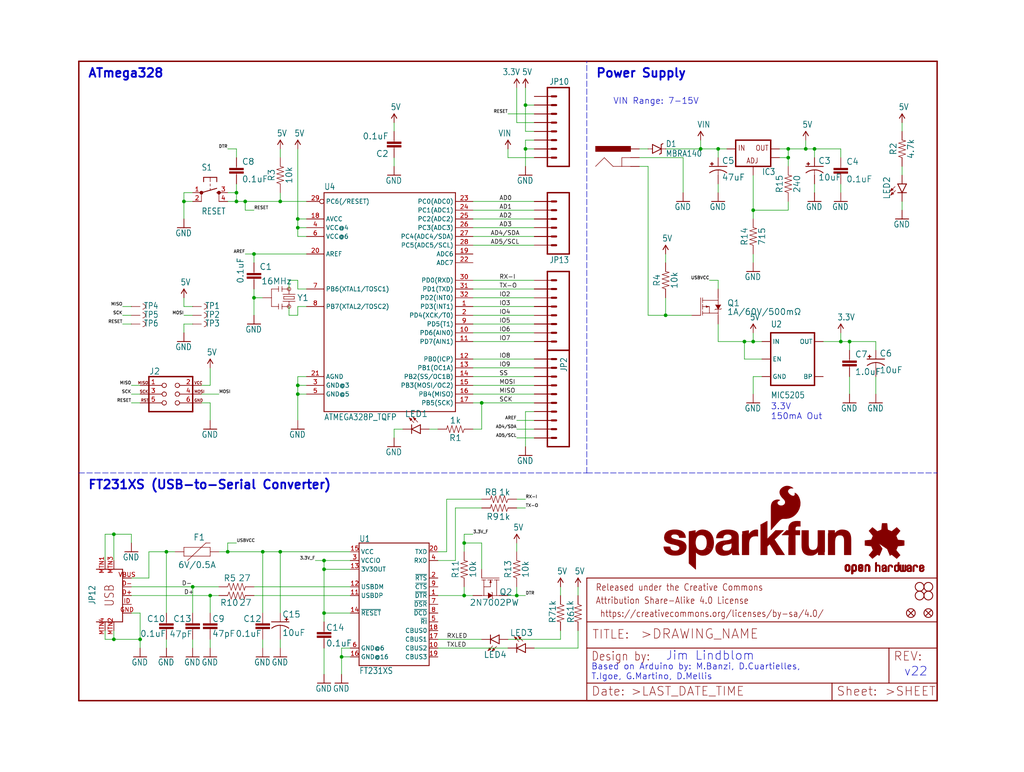
<source format=kicad_sch>
(kicad_sch (version 20211123) (generator eeschema)
  (paper "User" 297.002 223.926)
  (lib_symbols
    (symbol "eagleSchem-eagle-import:0.1UF-0603-25V-(+80{slash}-20%)"
      (property "Reference" "C" (at 1.524 2.921 0))
      (property "Value" "0.1UF-0603-25V-(+80{slash}-20%)" (at 1.524 -2.159 0))
      (symbol "0.1UF-0603-25V-(+80{slash}-20%)_1_0"
        (pin passive line (at 0 5.08 270) (length 2.54) (name "1") (number "1"))
        (pin passive line (at 0 -2.54 90) (length 2.54) (name "2") (number "2"))
      )
    )
    (symbol "eagleSchem-eagle-import:1.0UF-0603-16V-10%"
      (property "Reference" "C" (at 1.524 2.921 0))
      (property "Value" "1.0UF-0603-16V-10%" (at 1.524 -2.159 0))
      (symbol "1.0UF-0603-16V-10%_1_0"
        (pin passive line (at 0 5.08 270) (length 2.54) (name "1") (number "1"))
        (pin passive line (at 0 -2.54 90) (length 2.54) (name "2") (number "2"))
      )
    )
    (symbol "eagleSchem-eagle-import:10KOHM-0603-1{slash}10W-1%"
      (property "Reference" "R" (at 0 1.524 0))
      (property "Value" "10KOHM-0603-1{slash}10W-1%" (at 0 -1.524 0))
      (symbol "10KOHM-0603-1{slash}10W-1%_1_0"
        (pin passive line (at -5.08 0 0) (length 2.54) (name "1") (number "1"))
        (pin passive line (at 5.08 0 180) (length 2.54) (name "2") (number "2"))
      )
    )
    (symbol "eagleSchem-eagle-import:10UF-POLAR-EIA3216-16V-10%(TANT)"
      (property "Reference" "C" (at 1.016 0.635 0))
      (property "Value" "10UF-POLAR-EIA3216-16V-10%(TANT)" (at 1.016 -4.191 0))
      (symbol "10UF-POLAR-EIA3216-16V-10%(TANT)_1_0"
        (pin passive line (at 0 2.54 270) (length 2.54) (name "+") (number "+"))
        (pin passive line (at 0 -5.08 90) (length 2.54) (name "-") (number "-"))
      )
    )
    (symbol "eagleSchem-eagle-import:1KOHM-0603-1{slash}10W-1%"
      (property "Reference" "R" (at 0 1.524 0))
      (property "Value" "1KOHM-0603-1{slash}10W-1%" (at 0 -1.524 0))
      (symbol "1KOHM-0603-1{slash}10W-1%_1_0"
        (pin passive line (at -5.08 0 0) (length 2.54) (name "1") (number "1"))
        (pin passive line (at 5.08 0 180) (length 2.54) (name "2") (number "2"))
      )
    )
    (symbol "eagleSchem-eagle-import:240OHM-0603-1{slash}10W-1%"
      (property "Reference" "R" (at 0 1.524 0))
      (property "Value" "240OHM-0603-1{slash}10W-1%" (at 0 -1.524 0))
      (symbol "240OHM-0603-1{slash}10W-1%_1_0"
        (pin passive line (at -5.08 0 0) (length 2.54) (name "1") (number "1"))
        (pin passive line (at 5.08 0 180) (length 2.54) (name "2") (number "2"))
      )
    )
    (symbol "eagleSchem-eagle-import:27OHM-0603-1{slash}10W-1%"
      (property "Reference" "R" (at 0 1.524 0))
      (property "Value" "27OHM-0603-1{slash}10W-1%" (at 0 -1.524 0))
      (symbol "27OHM-0603-1{slash}10W-1%_1_0"
        (pin passive line (at -5.08 0 0) (length 2.54) (name "1") (number "1"))
        (pin passive line (at 5.08 0 180) (length 2.54) (name "2") (number "2"))
      )
    )
    (symbol "eagleSchem-eagle-import:3.3V" (power)
      (property "Value" "3.3V" (at -1.016 3.556 0))
      (symbol "3.3V_1_0"
        (pin power_in line (at 0 0 90) (length 2.54) (name "3.3V") (number "1"))
      )
    )
    (symbol "eagleSchem-eagle-import:4.7KOHM-0603-1{slash}10W-1%"
      (property "Reference" "R" (at 0 1.524 0))
      (property "Value" "4.7KOHM-0603-1{slash}10W-1%" (at 0 -1.524 0))
      (symbol "4.7KOHM-0603-1{slash}10W-1%_1_0"
        (pin passive line (at -5.08 0 0) (length 2.54) (name "1") (number "1"))
        (pin passive line (at 5.08 0 180) (length 2.54) (name "2") (number "2"))
      )
    )
    (symbol "eagleSchem-eagle-import:47PF-0603-50V-5%"
      (property "Reference" "C" (at 1.524 2.921 0))
      (property "Value" "47PF-0603-50V-5%" (at 1.524 -2.159 0))
      (symbol "47PF-0603-50V-5%_1_0"
        (pin passive line (at 0 5.08 270) (length 2.54) (name "1") (number "1"))
        (pin passive line (at 0 -2.54 90) (length 2.54) (name "2") (number "2"))
      )
    )
    (symbol "eagleSchem-eagle-import:47UF-POLAR-PANASONIC_D-35V-20%"
      (property "Reference" "C" (at 1.016 0.635 0))
      (property "Value" "47UF-POLAR-PANASONIC_D-35V-20%" (at 1.016 -4.191 0))
      (symbol "47UF-POLAR-PANASONIC_D-35V-20%_1_0"
        (pin passive line (at 0 2.54 270) (length 2.54) (name "+") (number "+"))
        (pin passive line (at 0 -5.08 90) (length 2.54) (name "-") (number "-"))
      )
    )
    (symbol "eagleSchem-eagle-import:5V" (power)
      (property "Value" "5V" (at -1.016 3.556 0))
      (symbol "5V_1_0"
        (pin power_in line (at 0 0 90) (length 2.54) (name "5V") (number "1"))
      )
    )
    (symbol "eagleSchem-eagle-import:715OHM-0603-1{slash}10W-1%"
      (property "Reference" "R" (at 0 1.524 0))
      (property "Value" "715OHM-0603-1{slash}10W-1%" (at 0 -1.524 0))
      (symbol "715OHM-0603-1{slash}10W-1%_1_0"
        (pin passive line (at -5.08 0 0) (length 2.54) (name "1") (number "1"))
        (pin passive line (at 5.08 0 180) (length 2.54) (name "2") (number "2"))
      )
    )
    (symbol "eagleSchem-eagle-import:ATMEGA328P_TQFP"
      (property "Reference" "U" (at -20.32 33.782 0))
      (property "Value" "ATMEGA328P_TQFP" (at -20.32 -33.02 0))
      (symbol "ATMEGA328P_TQFP_1_0"
        (pin bidirectional line (at 22.86 0 180) (length 5.08) (name "PD3(INT1)") (number "1"))
        (pin bidirectional line (at 22.86 -7.62 180) (length 5.08) (name "PD6(AIN0)") (number "10"))
        (pin bidirectional line (at 22.86 -10.16 180) (length 5.08) (name "PD7(AIN1)") (number "11"))
        (pin bidirectional line (at 22.86 -15.24 180) (length 5.08) (name "PB0(ICP)") (number "12"))
        (pin bidirectional line (at 22.86 -17.78 180) (length 5.08) (name "PB1(OC1A)") (number "13"))
        (pin bidirectional line (at 22.86 -20.32 180) (length 5.08) (name "PB2(SS/OC1B)") (number "14"))
        (pin bidirectional line (at 22.86 -22.86 180) (length 5.08) (name "PB3(MOSI/OC2)") (number "15"))
        (pin bidirectional line (at 22.86 -25.4 180) (length 5.08) (name "PB4(MISO)") (number "16"))
        (pin bidirectional line (at 22.86 -27.94 180) (length 5.08) (name "PB5(SCK)") (number "17"))
        (pin bidirectional line (at -25.4 25.4 0) (length 5.08) (name "AVCC") (number "18"))
        (pin bidirectional line (at 22.86 15.24 180) (length 5.08) (name "ADC6") (number "19"))
        (pin bidirectional line (at 22.86 -2.54 180) (length 5.08) (name "PD4(XCK/T0)") (number "2"))
        (pin bidirectional line (at -25.4 15.24 0) (length 5.08) (name "AREF") (number "20"))
        (pin bidirectional line (at -25.4 -20.32 0) (length 5.08) (name "AGND") (number "21"))
        (pin bidirectional line (at 22.86 12.7 180) (length 5.08) (name "ADC7") (number "22"))
        (pin bidirectional line (at 22.86 30.48 180) (length 5.08) (name "PC0(ADC0)") (number "23"))
        (pin bidirectional line (at 22.86 27.94 180) (length 5.08) (name "PC1(ADC1)") (number "24"))
        (pin bidirectional line (at 22.86 25.4 180) (length 5.08) (name "PC2(ADC2)") (number "25"))
        (pin bidirectional line (at 22.86 22.86 180) (length 5.08) (name "PC3(ADC3)") (number "26"))
        (pin bidirectional line (at 22.86 20.32 180) (length 5.08) (name "PC4(ADC4/SDA)") (number "27"))
        (pin bidirectional line (at 22.86 17.78 180) (length 5.08) (name "PC5(ADC5/SCL)") (number "28"))
        (pin bidirectional inverted (at -25.4 30.48 0) (length 5.08) (name "PC6(/RESET)") (number "29"))
        (pin bidirectional line (at -25.4 -22.86 0) (length 5.08) (name "GND@3") (number "3"))
        (pin bidirectional line (at 22.86 7.62 180) (length 5.08) (name "PD0(RXD)") (number "30"))
        (pin bidirectional line (at 22.86 5.08 180) (length 5.08) (name "PD1(TXD)") (number "31"))
        (pin bidirectional line (at 22.86 2.54 180) (length 5.08) (name "PD2(INT0)") (number "32"))
        (pin bidirectional line (at -25.4 22.86 0) (length 5.08) (name "VCC@4") (number "4"))
        (pin bidirectional line (at -25.4 -25.4 0) (length 5.08) (name "GND@5") (number "5"))
        (pin bidirectional line (at -25.4 20.32 0) (length 5.08) (name "VCC@6") (number "6"))
        (pin bidirectional line (at -25.4 5.08 0) (length 5.08) (name "PB6(XTAL1/TOSC1)") (number "7"))
        (pin bidirectional line (at -25.4 0 0) (length 5.08) (name "PB7(XTAL2/TOSC2)") (number "8"))
        (pin bidirectional line (at 22.86 -5.08 180) (length 5.08) (name "PD5(T1)") (number "9"))
      )
    )
    (symbol "eagleSchem-eagle-import:AVR_SPI_PROG_3X2SMD"
      (property "Reference" "J" (at -5.08 5.588 0))
      (property "Value" "AVR_SPI_PROG_3X2SMD" (at -5.08 -7.366 0))
      (symbol "AVR_SPI_PROG_3X2SMD_1_0"
        (text "GND" (at 8.001 -2.286 0) (effects (font (size 0.8128 0.8128)) (justify left bottom)))
        (text "MISO" (at -5.207 2.794 0) (effects (font (size 0.8128 0.8128)) (justify right bottom)))
        (text "MOSI" (at 8.001 0.254 0) (effects (font (size 0.8128 0.8128)) (justify left bottom)))
        (text "RST" (at -5.08 -2.286 0) (effects (font (size 0.8128 0.8128)) (justify right bottom)))
        (text "SCK" (at -5.207 0.254 0) (effects (font (size 0.8128 0.8128)) (justify right bottom)))
        (text "VCC" (at 8.001 2.794 0) (effects (font (size 0.8128 0.8128)) (justify left bottom)))
        (pin passive inverted (at -7.62 2.54 0) (length 7.62) (name "1") (number "1"))
        (pin passive inverted (at 10.16 2.54 180) (length 7.62) (name "2") (number "2"))
        (pin passive inverted (at -7.62 0 0) (length 7.62) (name "3") (number "3"))
        (pin passive inverted (at 10.16 0 180) (length 7.62) (name "4") (number "4"))
        (pin passive inverted (at -7.62 -2.54 0) (length 7.62) (name "5") (number "5"))
        (pin passive inverted (at 10.16 -2.54 180) (length 7.62) (name "6") (number "6"))
      )
    )
    (symbol "eagleSchem-eagle-import:FIDUCIAL1X2")
    (symbol "eagleSchem-eagle-import:FRAME-LETTER"
      (symbol "FRAME-LETTER_2_0"
        (text " https://creativecommons.org/licenses/by-sa/4.0/" (at 2.54 24.13 0) (effects (font (size 1.9304 1.6408)) (justify left bottom)))
        (text ">DRAWING_NAME" (at 15.494 17.78 0) (effects (font (size 2.7432 2.7432)) (justify left bottom)))
        (text ">LAST_DATE_TIME" (at 12.7 1.27 0) (effects (font (size 2.54 2.54)) (justify left bottom)))
        (text ">SHEET" (at 86.36 1.27 0) (effects (font (size 2.54 2.54)) (justify left bottom)))
        (text "Attribution Share-Alike 4.0 License" (at 2.54 27.94 0) (effects (font (size 1.9304 1.6408)) (justify left bottom)))
        (text "Date:" (at 1.27 1.27 0) (effects (font (size 2.54 2.54)) (justify left bottom)))
        (text "Design by:" (at 1.27 11.43 0) (effects (font (size 2.54 2.159)) (justify left bottom)))
        (text "Released under the Creative Commons" (at 2.54 31.75 0) (effects (font (size 1.9304 1.6408)) (justify left bottom)))
        (text "REV:" (at 88.9 11.43 0) (effects (font (size 2.54 2.54)) (justify left bottom)))
        (text "Sheet:" (at 72.39 1.27 0) (effects (font (size 2.54 2.54)) (justify left bottom)))
        (text "TITLE:" (at 1.524 17.78 0) (effects (font (size 2.54 2.54)) (justify left bottom)))
      )
    )
    (symbol "eagleSchem-eagle-import:FT231XS"
      (property "Reference" "U" (at -10.16 18.034 0))
      (property "Value" "FT231XS" (at -10.16 -18.288 0))
      (symbol "FT231XS_1_0"
        (pin bidirectional line (at 12.7 2.54 180) (length 2.54) (name "~{DTR}") (number "1"))
        (pin bidirectional line (at 12.7 -12.7 180) (length 2.54) (name "CBUS2") (number "10"))
        (pin bidirectional line (at -12.7 2.54 0) (length 2.54) (name "USBDP") (number "11"))
        (pin bidirectional line (at -12.7 5.08 0) (length 2.54) (name "USBDM") (number "12"))
        (pin bidirectional line (at -12.7 10.16 0) (length 2.54) (name "3V3OUT") (number "13"))
        (pin bidirectional line (at -12.7 -2.54 0) (length 2.54) (name "~{RESET}") (number "14"))
        (pin bidirectional line (at -12.7 15.24 0) (length 2.54) (name "VCC") (number "15"))
        (pin bidirectional line (at -12.7 -15.24 0) (length 2.54) (name "GND@16") (number "16"))
        (pin bidirectional line (at 12.7 -10.16 180) (length 2.54) (name "CBUS1") (number "17"))
        (pin bidirectional line (at 12.7 -7.62 180) (length 2.54) (name "CBUS0") (number "18"))
        (pin bidirectional line (at 12.7 -15.24 180) (length 2.54) (name "CBUS3") (number "19"))
        (pin bidirectional line (at 12.7 7.62 180) (length 2.54) (name "~{RTS}") (number "2"))
        (pin bidirectional line (at 12.7 15.24 180) (length 2.54) (name "TXD") (number "20"))
        (pin bidirectional line (at -12.7 12.7 0) (length 2.54) (name "VCCIO") (number "3"))
        (pin bidirectional line (at 12.7 12.7 180) (length 2.54) (name "RXD") (number "4"))
        (pin bidirectional line (at 12.7 -5.08 180) (length 2.54) (name "~{RI}") (number "5"))
        (pin bidirectional line (at -12.7 -12.7 0) (length 2.54) (name "GND@6") (number "6"))
        (pin bidirectional line (at 12.7 0 180) (length 2.54) (name "~{DSR}") (number "7"))
        (pin bidirectional line (at 12.7 -2.54 180) (length 2.54) (name "~{DCD}") (number "8"))
        (pin bidirectional line (at 12.7 5.08 180) (length 2.54) (name "~{CTS}") (number "9"))
      )
    )
    (symbol "eagleSchem-eagle-import:GND" (power)
      (property "Value" "GND" (at -2.54 -2.54 0))
      (symbol "GND_1_0"
        (pin power_in line (at 0 2.54 270) (length 2.54) (name "GND") (number "1"))
      )
    )
    (symbol "eagleSchem-eagle-import:LED1206"
      (property "Reference" "D" (at -3.429 -4.572 90))
      (property "Value" "LED1206" (at 1.905 -4.572 90))
      (symbol "LED1206_1_0"
        (pin passive line (at 0 2.54 270) (length 2.54) (name "A") (number "A"))
        (pin passive line (at 0 -5.08 90) (length 2.54) (name "C") (number "C"))
      )
    )
    (symbol "eagleSchem-eagle-import:M06SMD-STRAIGHT-COMBO"
      (property "Reference" "JP" (at -5.08 10.922 0))
      (property "Value" "M06SMD-STRAIGHT-COMBO" (at -5.08 -10.16 0))
      (symbol "M06SMD-STRAIGHT-COMBO_1_0"
        (pin passive line (at 5.08 -5.08 180) (length 5.08) (name "1") (number "1A"))
        (pin passive line (at 5.08 -5.08 180) (length 5.08) (name "1") (number "1B"))
        (pin passive line (at 5.08 -2.54 180) (length 5.08) (name "2") (number "2A"))
        (pin passive line (at 5.08 -2.54 180) (length 5.08) (name "2") (number "2B"))
        (pin passive line (at 5.08 0 180) (length 5.08) (name "3") (number "3A"))
        (pin passive line (at 5.08 0 180) (length 5.08) (name "3") (number "3B"))
        (pin passive line (at 5.08 2.54 180) (length 5.08) (name "4") (number "4A"))
        (pin passive line (at 5.08 2.54 180) (length 5.08) (name "4") (number "4B"))
        (pin passive line (at 5.08 5.08 180) (length 5.08) (name "5") (number "5A"))
        (pin passive line (at 5.08 5.08 180) (length 5.08) (name "5") (number "5B"))
        (pin passive line (at 5.08 7.62 180) (length 5.08) (name "6") (number "6A"))
        (pin passive line (at 5.08 7.62 180) (length 5.08) (name "6") (number "6B"))
      )
    )
    (symbol "eagleSchem-eagle-import:M08SMD-COMBO"
      (property "Reference" "JP" (at -5.08 13.462 0))
      (property "Value" "M08SMD-COMBO" (at -5.08 -12.7 0))
      (symbol "M08SMD-COMBO_1_0"
        (pin passive line (at 5.08 -7.62 180) (length 5.08) (name "1") (number "1A"))
        (pin passive line (at 5.08 -7.62 180) (length 5.08) (name "1") (number "1B"))
        (pin passive line (at 5.08 -5.08 180) (length 5.08) (name "2") (number "2A"))
        (pin passive line (at 5.08 -5.08 180) (length 5.08) (name "2") (number "2B"))
        (pin passive line (at 5.08 -2.54 180) (length 5.08) (name "3") (number "3A"))
        (pin passive line (at 5.08 -2.54 180) (length 5.08) (name "3") (number "3B"))
        (pin passive line (at 5.08 0 180) (length 5.08) (name "4") (number "4A"))
        (pin passive line (at 5.08 0 180) (length 5.08) (name "4") (number "4B"))
        (pin passive line (at 5.08 2.54 180) (length 5.08) (name "5") (number "5A"))
        (pin passive line (at 5.08 2.54 180) (length 5.08) (name "5") (number "5B"))
        (pin passive line (at 5.08 5.08 180) (length 5.08) (name "6") (number "6A"))
        (pin passive line (at 5.08 5.08 180) (length 5.08) (name "6") (number "6B"))
        (pin passive line (at 5.08 7.62 180) (length 5.08) (name "7") (number "7A"))
        (pin passive line (at 5.08 7.62 180) (length 5.08) (name "7") (number "7B"))
        (pin passive line (at 5.08 10.16 180) (length 5.08) (name "8") (number "8A"))
        (pin passive line (at 5.08 10.16 180) (length 5.08) (name "8") (number "8B"))
      )
    )
    (symbol "eagleSchem-eagle-import:M10SMD_COMBO"
      (property "Reference" "JP" (at 0 8.89 0))
      (property "Value" "M10SMD_COMBO" (at 0 -22.86 0))
      (symbol "M10SMD_COMBO_1_0"
        (pin passive line (at 10.16 5.08 180) (length 5.08) (name "10") (number "10A"))
        (pin passive line (at 10.16 5.08 180) (length 5.08) (name "10") (number "10B"))
        (pin passive line (at 10.16 -17.78 180) (length 5.08) (name "1") (number "1A"))
        (pin passive line (at 10.16 -17.78 180) (length 5.08) (name "1") (number "1B"))
        (pin passive line (at 10.16 -15.24 180) (length 5.08) (name "2") (number "2A"))
        (pin passive line (at 10.16 -15.24 180) (length 5.08) (name "2") (number "2B"))
        (pin passive line (at 10.16 -12.7 180) (length 5.08) (name "3") (number "3A"))
        (pin passive line (at 10.16 -12.7 180) (length 5.08) (name "3") (number "3B"))
        (pin passive line (at 10.16 -10.16 180) (length 5.08) (name "4") (number "4A"))
        (pin passive line (at 10.16 -10.16 180) (length 5.08) (name "4") (number "4B"))
        (pin passive line (at 10.16 -7.62 180) (length 5.08) (name "5") (number "5A"))
        (pin passive line (at 10.16 -7.62 180) (length 5.08) (name "5") (number "5B"))
        (pin passive line (at 10.16 -5.08 180) (length 5.08) (name "6") (number "6A"))
        (pin passive line (at 10.16 -5.08 180) (length 5.08) (name "6") (number "6B"))
        (pin passive line (at 10.16 -2.54 180) (length 5.08) (name "7") (number "7A"))
        (pin passive line (at 10.16 -2.54 180) (length 5.08) (name "7") (number "7B"))
        (pin passive line (at 10.16 0 180) (length 5.08) (name "8") (number "8A"))
        (pin passive line (at 10.16 0 180) (length 5.08) (name "8") (number "8B"))
        (pin passive line (at 10.16 2.54 180) (length 5.08) (name "9") (number "9A"))
        (pin passive line (at 10.16 2.54 180) (length 5.08) (name "9") (number "9B"))
      )
    )
    (symbol "eagleSchem-eagle-import:MBRA140"
      (property "Reference" "D" (at 2.54 0.4826 0))
      (property "Value" "MBRA140" (at 2.54 -2.3114 0))
      (symbol "MBRA140_1_0"
        (pin passive line (at -2.54 0 0) (length 0) (name "A") (number "A"))
        (pin passive line (at 2.54 0 180) (length 0) (name "C") (number "C"))
      )
    )
    (symbol "eagleSchem-eagle-import:MIC52053.3V"
      (property "Reference" "U" (at -7.62 9.144 0))
      (property "Value" "MIC52053.3V" (at -7.62 -11.43 0))
      (symbol "MIC52053.3V_1_0"
        (pin input line (at -10.16 5.08 0) (length 2.54) (name "IN") (number "1"))
        (pin input line (at -10.16 -5.08 0) (length 2.54) (name "GND") (number "2"))
        (pin input line (at -10.16 0 0) (length 2.54) (name "EN") (number "3"))
        (pin input line (at 7.62 -5.08 180) (length 2.54) (name "BP") (number "4"))
        (pin passive line (at 7.62 5.08 180) (length 2.54) (name "OUT") (number "5"))
      )
    )
    (symbol "eagleSchem-eagle-import:MOSFET-NCH-2N7002PW"
      (property "Reference" "Q" (at 5.08 0 0))
      (property "Value" "MOSFET-NCH-2N7002PW" (at 5.08 -2.54 0))
      (symbol "MOSFET-NCH-2N7002PW_1_0"
        (pin bidirectional line (at -5.08 -2.54 0) (length 2.54) (name "G") (number "1"))
        (pin bidirectional line (at 2.54 -5.08 90) (length 2.54) (name "S") (number "2"))
        (pin bidirectional line (at 2.54 5.08 270) (length 2.54) (name "D") (number "3"))
      )
    )
    (symbol "eagleSchem-eagle-import:MOSFET-PCH-ZXMP6A13F"
      (property "Reference" "Q" (at 5.08 0 0))
      (property "Value" "MOSFET-PCH-ZXMP6A13F" (at 5.08 -2.54 0))
      (symbol "MOSFET-PCH-ZXMP6A13F_1_0"
        (pin bidirectional line (at -5.08 -2.54 0) (length 2.54) (name "G") (number "1"))
        (pin bidirectional line (at 2.54 -5.08 90) (length 2.54) (name "S") (number "2"))
        (pin bidirectional line (at 2.54 5.08 270) (length 2.54) (name "D") (number "3"))
      )
    )
    (symbol "eagleSchem-eagle-import:OSHW-LOGOS")
    (symbol "eagleSchem-eagle-import:POWER_JACKSUPER_BOMB_DIGITY"
      (symbol "POWER_JACKSUPER_BOMB_DIGITY_1_0"
        (pin bidirectional line (at 2.54 5.08 180) (length 2.54) (name "GNDBREAK") (number "GND"))
        (pin bidirectional line (at 2.54 2.54 180) (length 2.54) (name "GND") (number "P$4"))
        (pin bidirectional line (at 2.54 7.62 180) (length 2.54) (name "PWR") (number "VIN0"))
      )
    )
    (symbol "eagleSchem-eagle-import:PTC-HALF_AMP"
      (property "Reference" "F" (at 1.905 3.175 0))
      (property "Value" "PTC-HALF_AMP" (at 1.27 -2.794 0))
      (symbol "PTC-HALF_AMP_1_0"
        (pin bidirectional line (at -5.08 0 0) (length 2.54) (name "1") (number "1"))
        (pin bidirectional line (at 7.62 0 180) (length 2.54) (name "2") (number "2"))
      )
    )
    (symbol "eagleSchem-eagle-import:RESONATOR-16MHZSMD_3.2X1.3"
      (property "Reference" "Y" (at -3.302 -2.54 0))
      (property "Value" "RESONATOR-16MHZSMD_3.2X1.3" (at 0 2.032 0))
      (symbol "RESONATOR-16MHZSMD_3.2X1.3_1_0"
        (pin passive line (at -2.54 0 0) (length 0) (name "1") (number "1"))
        (pin passive line (at 0 -7.62 90) (length 0) (name "2") (number "2"))
        (pin passive line (at 2.54 0 180) (length 0) (name "3") (number "3"))
      )
    )
    (symbol "eagleSchem-eagle-import:SFE_LOGO_FLAME.1_INCH")
    (symbol "eagleSchem-eagle-import:SFE_LOGO_NAME.1_INCH")
    (symbol "eagleSchem-eagle-import:STAND-OFF")
    (symbol "eagleSchem-eagle-import:SWITCH_SPST_4_PINSQUARE"
      (property "Reference" "SW" (at -2.54 6.35 0))
      (property "Value" "SWITCH_SPST_4_PINSQUARE" (at -2.54 -6.35 0))
      (symbol "SWITCH_SPST_4_PINSQUARE_1_0"
        (pin passive line (at -5.08 0 0) (length 2.54) (name "1") (number "1"))
        (pin passive line (at -5.08 -2.54 0) (length 2.54) (name "2") (number "2"))
        (pin passive line (at 5.08 0 180) (length 2.54) (name "3") (number "3"))
        (pin passive line (at 5.08 -2.54 180) (length 2.54) (name "4") (number "4"))
      )
    )
    (symbol "eagleSchem-eagle-import:TEST-POINT3X5"
      (property "Reference" "TP" (at -2.54 2.54 0))
      (property "Value" "TEST-POINT3X5" (at -2.54 -2.54 0))
      (symbol "TEST-POINT3X5_1_0"
        (pin bidirectional line (at 0 0 180) (length 0) (name "1") (number "P$1"))
      )
    )
    (symbol "eagleSchem-eagle-import:USB-MINIB-5PIN"
      (property "Reference" "J" (at 7.62 10.16 0))
      (property "Value" "USB-MINIB-5PIN" (at 7.62 0 0))
      (symbol "USB-MINIB-5PIN_1_0"
        (text "USB" (at 5.334 1.778 900) (effects (font (size 2.54 2.159)) (justify left bottom)))
        (pin bidirectional line (at -2.54 5.08 0) (length 2.54) (name "D+") (number "D+"))
        (pin bidirectional line (at -2.54 7.62 0) (length 2.54) (name "D-") (number "D-"))
        (pin bidirectional line (at -2.54 0 0) (length 2.54) (name "GND") (number "GND"))
        (pin bidirectional line (at -2.54 2.54 0) (length 2.54) (name "ID") (number "ID"))
        (pin bidirectional line (at 5.08 15.24 270) (length 2.54) (name "MTN2") (number "MTN1"))
        (pin bidirectional line (at 2.54 -5.08 90) (length 2.54) (name "MTN3") (number "MTN2"))
        (pin bidirectional line (at 2.54 15.24 270) (length 2.54) (name "MTN1") (number "MTN3"))
        (pin bidirectional line (at 5.08 -5.08 90) (length 2.54) (name "MTN4") (number "MTN4"))
        (pin bidirectional line (at -2.54 10.16 0) (length 2.54) (name "VBUS") (number "VBUS"))
      )
    )
    (symbol "eagleSchem-eagle-import:VIN" (power)
      (property "Value" "VIN" (at -1.016 3.556 0))
      (symbol "VIN_1_0"
        (pin power_in line (at 0 0 90) (length 2.54) (name "VIN") (number "1"))
      )
    )
    (symbol "eagleSchem-eagle-import:V_REG_LM1117ALT1"
      (property "Reference" "IC" (at 2.54 -7.62 0))
      (property "Value" "V_REG_LM1117ALT1" (at 2.54 -10.16 0))
      (symbol "V_REG_LM1117ALT1_1_0"
        (text "ADJ" (at -2.032 -4.318 0) (effects (font (size 1.524 1.2954)) (justify left bottom)))
        (text "IN" (at -4.445 -0.635 0) (effects (font (size 1.524 1.2954)) (justify left bottom)))
        (text "OUT" (at 0.635 -0.635 0) (effects (font (size 1.524 1.2954)) (justify left bottom)))
        (pin input line (at 0 -7.62 90) (length 2.54) (name "ADJ") (number "1"))
        (pin output line (at 7.62 0 180) (length 2.54) (name "OUT") (number "2"))
        (pin input line (at -7.62 0 0) (length 2.54) (name "IN") (number "3"))
        (pin output line (at 7.62 -2.54 180) (length 2.54) (name "OUT@1") (number "4"))
      )
    )
  )
  (junction (at 73.66 73.66))
  (junction (at 53.34 58.42))
  (junction (at 68.58 58.42))
  (junction (at 93.98 165.1))
  (junction (at 66.04 160.02))
  (junction (at 139.7 116.84))
  (junction (at 152.4 30.48))
  (junction (at 86.36 114.3))
  (junction (at 134.62 157.48))
  (junction (at 236.22 43.18))
  (junction (at 33.02 185.42))
  (junction (at 215.9 99.06))
  (junction (at 86.36 111.76))
  (junction (at 73.66 86.36))
  (junction (at 203.2 43.18))
  (junction (at 134.62 172.72))
  (junction (at 76.2 160.02))
  (junction (at 40.64 185.42))
  (junction (at 233.68 43.18))
  (junction (at 33.02 154.94))
  (junction (at 68.58 55.88))
  (junction (at 86.36 63.5))
  (junction (at 81.28 58.42))
  (junction (at 99.06 190.5))
  (junction (at 93.98 177.8))
  (junction (at 218.44 99.06))
  (junction (at 86.36 66.04))
  (junction (at 81.28 160.02))
  (junction (at 152.4 43.18))
  (junction (at 71.12 58.42))
  (junction (at 243.84 99.06))
  (junction (at 55.88 170.18))
  (junction (at 48.26 160.02))
  (junction (at 228.6 45.72))
  (junction (at 208.28 43.18))
  (junction (at 60.96 172.72))
  (junction (at 149.86 172.72))
  (junction (at 218.44 60.96))
  (junction (at 246.38 99.06))
  (junction (at 93.98 162.56))
  (junction (at 193.04 91.44))
  (junction (at 228.6 43.18))
  (wire (pts (xy 210.82 43.18) (xy 208.28 43.18)))
  (wire (pts (xy 127 162.56) (xy 132.08 162.56)))
  (wire (pts (xy 33.02 182.88) (xy 33.02 185.42)))
  (wire (pts (xy 38.1 88.9) (xy 35.56 88.9)))
  (wire (pts (xy 154.94 66.04) (xy 137.16 66.04)))
  (wire (pts (xy 38.1 91.44) (xy 35.56 91.44)))
  (wire (pts (xy 88.9 66.04) (xy 86.36 66.04)))
  (wire (pts (xy 93.98 177.8) (xy 93.98 165.1)))
  (wire (pts (xy 154.94 127) (xy 149.86 127)))
  (wire (pts (xy 33.02 154.94) (xy 38.1 154.94)))
  (wire (pts (xy 40.64 114.3) (xy 38.1 114.3)))
  (wire (pts (xy 220.98 109.22) (xy 218.44 109.22)))
  (wire (pts (xy 154.94 35.56) (xy 149.86 35.56)))
  (wire (pts (xy 93.98 162.56) (xy 91.44 162.56)))
  (wire (pts (xy 154.94 83.82) (xy 137.16 83.82)))
  (polyline (pts (xy 170.18 137.16) (xy 170.18 17.78)))
  (wire (pts (xy 40.64 177.8) (xy 38.1 177.8)))
  (wire (pts (xy 154.94 88.9) (xy 137.16 88.9)))
  (wire (pts (xy 243.84 55.88) (xy 243.84 53.34)))
  (wire (pts (xy 101.6 190.5) (xy 99.06 190.5)))
  (wire (pts (xy 114.3 124.46) (xy 114.3 127)))
  (wire (pts (xy 30.48 154.94) (xy 33.02 154.94)))
  (wire (pts (xy 152.4 129.54) (xy 152.4 119.38)))
  (wire (pts (xy 129.54 144.78) (xy 139.7 144.78)))
  (wire (pts (xy 48.26 160.02) (xy 50.8 160.02)))
  (wire (pts (xy 86.36 114.3) (xy 86.36 121.92)))
  (wire (pts (xy 261.62 35.56) (xy 261.62 38.1)))
  (wire (pts (xy 215.9 99.06) (xy 218.44 99.06)))
  (wire (pts (xy 81.28 58.42) (xy 71.12 58.42)))
  (wire (pts (xy 55.88 170.18) (xy 55.88 177.8)))
  (wire (pts (xy 149.86 160.02) (xy 149.86 157.48)))
  (wire (pts (xy 43.18 167.64) (xy 38.1 167.64)))
  (wire (pts (xy 154.94 109.22) (xy 137.16 109.22)))
  (wire (pts (xy 226.06 43.18) (xy 228.6 43.18)))
  (wire (pts (xy 134.62 172.72) (xy 137.16 172.72)))
  (wire (pts (xy 154.94 40.64) (xy 152.4 40.64)))
  (wire (pts (xy 55.88 91.44) (xy 53.34 91.44)))
  (wire (pts (xy 208.28 45.72) (xy 208.28 43.18)))
  (wire (pts (xy 66.04 160.02) (xy 76.2 160.02)))
  (wire (pts (xy 93.98 195.58) (xy 93.98 187.96)))
  (wire (pts (xy 88.9 68.58) (xy 86.36 68.58)))
  (wire (pts (xy 81.28 160.02) (xy 101.6 160.02)))
  (wire (pts (xy 88.9 73.66) (xy 73.66 73.66)))
  (wire (pts (xy 43.18 167.64) (xy 43.18 160.02)))
  (wire (pts (xy 86.36 83.82) (xy 86.36 81.28)))
  (wire (pts (xy 66.04 157.48) (xy 68.58 157.48)))
  (wire (pts (xy 73.66 86.36) (xy 73.66 83.82)))
  (wire (pts (xy 55.88 170.18) (xy 38.1 170.18)))
  (wire (pts (xy 63.5 160.02) (xy 66.04 160.02)))
  (wire (pts (xy 154.94 124.46) (xy 149.86 124.46)))
  (wire (pts (xy 68.58 55.88) (xy 66.04 55.88)))
  (wire (pts (xy 86.36 88.9) (xy 86.36 91.44)))
  (wire (pts (xy 149.86 170.18) (xy 149.86 172.72)))
  (wire (pts (xy 203.2 43.18) (xy 193.04 43.18)))
  (wire (pts (xy 167.64 182.88) (xy 167.64 187.96)))
  (wire (pts (xy 93.98 162.56) (xy 101.6 162.56)))
  (wire (pts (xy 193.04 91.44) (xy 193.04 86.36)))
  (wire (pts (xy 154.94 96.52) (xy 137.16 96.52)))
  (wire (pts (xy 71.12 58.42) (xy 71.12 60.96)))
  (wire (pts (xy 93.98 180.34) (xy 93.98 177.8)))
  (wire (pts (xy 236.22 43.18) (xy 236.22 45.72)))
  (wire (pts (xy 228.6 60.96) (xy 218.44 60.96)))
  (wire (pts (xy 193.04 73.66) (xy 193.04 76.2)))
  (wire (pts (xy 53.34 96.52) (xy 53.34 93.98)))
  (wire (pts (xy 93.98 177.8) (xy 101.6 177.8)))
  (wire (pts (xy 154.94 86.36) (xy 137.16 86.36)))
  (wire (pts (xy 154.94 30.48) (xy 152.4 30.48)))
  (wire (pts (xy 149.86 147.32) (xy 152.4 147.32)))
  (wire (pts (xy 99.06 190.5) (xy 99.06 195.58)))
  (wire (pts (xy 218.44 60.96) (xy 218.44 50.8)))
  (wire (pts (xy 152.4 48.26) (xy 152.4 43.18)))
  (wire (pts (xy 99.06 187.96) (xy 99.06 190.5)))
  (polyline (pts (xy 170.18 137.16) (xy 271.78 137.16)))
  (wire (pts (xy 86.36 63.5) (xy 86.36 43.18)))
  (wire (pts (xy 60.96 172.72) (xy 60.96 177.8)))
  (wire (pts (xy 246.38 99.06) (xy 254 99.06)))
  (wire (pts (xy 55.88 55.88) (xy 53.34 55.88)))
  (wire (pts (xy 60.96 187.96) (xy 60.96 185.42)))
  (wire (pts (xy 228.6 48.26) (xy 228.6 45.72)))
  (wire (pts (xy 139.7 124.46) (xy 139.7 116.84)))
  (wire (pts (xy 86.36 91.44) (xy 83.82 91.44)))
  (wire (pts (xy 134.62 157.48) (xy 134.62 154.94)))
  (wire (pts (xy 154.94 91.44) (xy 137.16 91.44)))
  (wire (pts (xy 152.4 38.1) (xy 154.94 38.1)))
  (wire (pts (xy 38.1 154.94) (xy 38.1 157.48)))
  (wire (pts (xy 127 124.46) (xy 124.46 124.46)))
  (wire (pts (xy 233.68 43.18) (xy 236.22 43.18)))
  (wire (pts (xy 147.32 172.72) (xy 149.86 172.72)))
  (wire (pts (xy 53.34 55.88) (xy 53.34 58.42)))
  (wire (pts (xy 254 99.06) (xy 254 101.6)))
  (wire (pts (xy 254 114.3) (xy 254 109.22)))
  (wire (pts (xy 134.62 157.48) (xy 139.7 157.48)))
  (wire (pts (xy 134.62 172.72) (xy 134.62 170.18)))
  (wire (pts (xy 236.22 43.18) (xy 243.84 43.18)))
  (wire (pts (xy 226.06 45.72) (xy 228.6 45.72)))
  (wire (pts (xy 218.44 96.52) (xy 218.44 99.06)))
  (wire (pts (xy 185.42 48.26) (xy 187.96 48.26)))
  (wire (pts (xy 154.94 58.42) (xy 137.16 58.42)))
  (wire (pts (xy 86.36 109.22) (xy 86.36 111.76)))
  (wire (pts (xy 228.6 43.18) (xy 233.68 43.18)))
  (wire (pts (xy 154.94 60.96) (xy 137.16 60.96)))
  (wire (pts (xy 243.84 43.18) (xy 243.84 45.72)))
  (polyline (pts (xy 22.86 137.16) (xy 170.18 137.16)))
  (wire (pts (xy 154.94 119.38) (xy 152.4 119.38)))
  (wire (pts (xy 88.9 114.3) (xy 86.36 114.3)))
  (wire (pts (xy 40.64 185.42) (xy 40.64 187.96)))
  (wire (pts (xy 114.3 48.26) (xy 114.3 45.72)))
  (wire (pts (xy 68.58 58.42) (xy 68.58 55.88)))
  (wire (pts (xy 134.62 160.02) (xy 134.62 157.48)))
  (wire (pts (xy 149.86 144.78) (xy 152.4 144.78)))
  (wire (pts (xy 30.48 182.88) (xy 30.48 185.42)))
  (wire (pts (xy 162.56 182.88) (xy 162.56 185.42)))
  (wire (pts (xy 185.42 43.18) (xy 187.96 43.18)))
  (wire (pts (xy 30.48 185.42) (xy 33.02 185.42)))
  (wire (pts (xy 154.94 104.14) (xy 137.16 104.14)))
  (wire (pts (xy 55.88 93.98) (xy 53.34 93.98)))
  (wire (pts (xy 152.4 30.48) (xy 152.4 25.4)))
  (wire (pts (xy 187.96 48.26) (xy 187.96 91.44)))
  (wire (pts (xy 76.2 86.36) (xy 73.66 86.36)))
  (wire (pts (xy 71.12 58.42) (xy 68.58 58.42)))
  (wire (pts (xy 55.88 58.42) (xy 53.34 58.42)))
  (wire (pts (xy 127 187.96) (xy 147.32 187.96)))
  (wire (pts (xy 139.7 157.48) (xy 139.7 165.1)))
  (wire (pts (xy 218.44 109.22) (xy 218.44 114.3)))
  (wire (pts (xy 101.6 170.18) (xy 73.66 170.18)))
  (wire (pts (xy 208.28 99.06) (xy 215.9 99.06)))
  (wire (pts (xy 200.66 91.44) (xy 193.04 91.44)))
  (wire (pts (xy 88.9 63.5) (xy 86.36 63.5)))
  (wire (pts (xy 154.94 81.28) (xy 137.16 81.28)))
  (wire (pts (xy 88.9 111.76) (xy 86.36 111.76)))
  (wire (pts (xy 187.96 91.44) (xy 193.04 91.44)))
  (wire (pts (xy 66.04 160.02) (xy 66.04 157.48)))
  (wire (pts (xy 152.4 40.64) (xy 152.4 43.18)))
  (wire (pts (xy 198.12 45.72) (xy 198.12 55.88)))
  (wire (pts (xy 132.08 162.56) (xy 132.08 147.32)))
  (wire (pts (xy 76.2 177.8) (xy 76.2 160.02)))
  (wire (pts (xy 154.94 93.98) (xy 137.16 93.98)))
  (wire (pts (xy 93.98 165.1) (xy 93.98 162.56)))
  (wire (pts (xy 246.38 114.3) (xy 246.38 109.22)))
  (wire (pts (xy 93.98 165.1) (xy 101.6 165.1)))
  (wire (pts (xy 154.94 114.3) (xy 137.16 114.3)))
  (wire (pts (xy 86.36 68.58) (xy 86.36 66.04)))
  (wire (pts (xy 218.44 60.96) (xy 218.44 63.5)))
  (wire (pts (xy 30.48 162.56) (xy 30.48 154.94)))
  (wire (pts (xy 60.96 116.84) (xy 60.96 121.92)))
  (wire (pts (xy 238.76 99.06) (xy 243.84 99.06)))
  (wire (pts (xy 73.66 73.66) (xy 71.12 73.66)))
  (wire (pts (xy 73.66 91.44) (xy 73.66 86.36)))
  (wire (pts (xy 162.56 170.18) (xy 162.56 172.72)))
  (wire (pts (xy 208.28 81.28) (xy 205.74 81.28)))
  (wire (pts (xy 203.2 43.18) (xy 203.2 40.64)))
  (wire (pts (xy 88.9 88.9) (xy 86.36 88.9)))
  (wire (pts (xy 208.28 43.18) (xy 203.2 43.18)))
  (wire (pts (xy 60.96 172.72) (xy 38.1 172.72)))
  (wire (pts (xy 208.28 93.98) (xy 208.28 99.06)))
  (wire (pts (xy 218.44 99.06) (xy 220.98 99.06)))
  (wire (pts (xy 68.58 45.72) (xy 68.58 43.18)))
  (wire (pts (xy 154.94 68.58) (xy 137.16 68.58)))
  (wire (pts (xy 116.84 124.46) (xy 114.3 124.46)))
  (wire (pts (xy 154.94 99.06) (xy 137.16 99.06)))
  (wire (pts (xy 215.9 104.14) (xy 215.9 99.06)))
  (wire (pts (xy 154.94 33.02) (xy 147.32 33.02)))
  (wire (pts (xy 38.1 93.98) (xy 35.56 93.98)))
  (wire (pts (xy 40.64 111.76) (xy 38.1 111.76)))
  (wire (pts (xy 185.42 45.72) (xy 198.12 45.72)))
  (wire (pts (xy 88.9 109.22) (xy 86.36 109.22)))
  (wire (pts (xy 73.66 73.66) (xy 73.66 76.2)))
  (wire (pts (xy 101.6 172.72) (xy 73.66 172.72)))
  (wire (pts (xy 139.7 116.84) (xy 137.16 116.84)))
  (wire (pts (xy 81.28 177.8) (xy 81.28 160.02)))
  (wire (pts (xy 154.94 63.5) (xy 137.16 63.5)))
  (wire (pts (xy 81.28 187.96) (xy 81.28 185.42)))
  (wire (pts (xy 243.84 99.06) (xy 246.38 99.06)))
  (wire (pts (xy 76.2 187.96) (xy 76.2 185.42)))
  (wire (pts (xy 215.9 104.14) (xy 220.98 104.14)))
  (wire (pts (xy 261.62 60.96) (xy 261.62 58.42)))
  (wire (pts (xy 246.38 101.6) (xy 246.38 99.06)))
  (wire (pts (xy 152.4 38.1) (xy 152.4 30.48)))
  (wire (pts (xy 40.64 116.84) (xy 38.1 116.84)))
  (wire (pts (xy 33.02 185.42) (xy 40.64 185.42)))
  (wire (pts (xy 233.68 40.64) (xy 233.68 43.18)))
  (wire (pts (xy 208.28 55.88) (xy 208.28 53.34)))
  (wire (pts (xy 58.42 116.84) (xy 60.96 116.84)))
  (wire (pts (xy 162.56 185.42) (xy 147.32 185.42)))
  (wire (pts (xy 134.62 154.94) (xy 137.16 154.94)))
  (wire (pts (xy 53.34 88.9) (xy 53.34 86.36)))
  (wire (pts (xy 86.36 66.04) (xy 86.36 63.5)))
  (wire (pts (xy 228.6 45.72) (xy 228.6 43.18)))
  (wire (pts (xy 236.22 55.88) (xy 236.22 53.34)))
  (wire (pts (xy 88.9 83.82) (xy 86.36 83.82)))
  (wire (pts (xy 154.94 71.12) (xy 137.16 71.12)))
  (wire (pts (xy 53.34 58.42) (xy 53.34 63.5)))
  (wire (pts (xy 55.88 88.9) (xy 53.34 88.9)))
  (wire (pts (xy 58.42 111.76) (xy 60.96 111.76)))
  (wire (pts (xy 83.82 91.44) (xy 83.82 88.9)))
  (wire (pts (xy 86.36 111.76) (xy 86.36 114.3)))
  (wire (pts (xy 167.64 170.18) (xy 167.64 172.72)))
  (wire (pts (xy 149.86 172.72) (xy 152.4 172.72)))
  (wire (pts (xy 43.18 160.02) (xy 48.26 160.02)))
  (wire (pts (xy 154.94 106.68) (xy 137.16 106.68)))
  (wire (pts (xy 68.58 43.18) (xy 66.04 43.18)))
  (wire (pts (xy 208.28 83.82) (xy 208.28 81.28)))
  (wire (pts (xy 48.26 187.96) (xy 48.26 185.42)))
  (wire (pts (xy 132.08 147.32) (xy 139.7 147.32)))
  (wire (pts (xy 127 185.42) (xy 139.7 185.42)))
  (wire (pts (xy 114.3 35.56) (xy 114.3 38.1)))
  (wire (pts (xy 81.28 58.42) (xy 81.28 55.88)))
  (wire (pts (xy 243.84 99.06) (xy 243.84 96.52)))
  (wire (pts (xy 63.5 170.18) (xy 55.88 170.18)))
  (wire (pts (xy 127 172.72) (xy 134.62 172.72)))
  (wire (pts (xy 55.88 187.96) (xy 55.88 185.42)))
  (wire (pts (xy 154.94 43.18) (xy 152.4 43.18)))
  (wire (pts (xy 149.86 25.4) (xy 149.86 35.56)))
  (wire (pts (xy 167.64 187.96) (xy 154.94 187.96)))
  (wire (pts (xy 129.54 160.02) (xy 129.54 144.78)))
  (wire (pts (xy 137.16 124.46) (xy 139.7 124.46)))
  (wire (pts (xy 68.58 53.34) (xy 68.58 55.88)))
  (wire (pts (xy 154.94 121.92) (xy 149.86 121.92)))
  (wire (pts (xy 58.42 114.3) (xy 63.5 114.3)))
  (wire (pts (xy 147.32 45.72) (xy 154.94 45.72)))
  (wire (pts (xy 218.44 76.2) (xy 218.44 73.66)))
  (wire (pts (xy 86.36 81.28) (xy 83.82 81.28)))
  (wire (pts (xy 76.2 160.02) (xy 81.28 160.02)))
  (wire (pts (xy 154.94 111.76) (xy 137.16 111.76)))
  (wire (pts (xy 228.6 58.42) (xy 228.6 60.96)))
  (wire (pts (xy 261.62 48.26) (xy 261.62 50.8)))
  (wire (pts (xy 127 160.02) (xy 129.54 160.02)))
  (wire (pts (xy 147.32 45.72) (xy 147.32 43.18)))
  (wire (pts (xy 83.82 81.28) (xy 83.82 83.82)))
  (wire (pts (xy 154.94 116.84) (xy 139.7 116.84)))
  (wire (pts (xy 88.9 58.42) (xy 81.28 58.42)))
  (wire (pts (xy 60.96 111.76) (xy 60.96 106.68)))
  (wire (pts (xy 48.26 177.8) (xy 48.26 160.02)))
  (wire (pts (xy 81.28 43.18) (xy 81.28 45.72)))
  (wire (pts (xy 66.04 58.42) (xy 68.58 58.42)))
  (wire (pts (xy 63.5 172.72) (xy 60.96 172.72)))
  (wire (pts (xy 40.64 177.8) (xy 40.64 185.42)))
  (wire (pts (xy 71.12 60.96) (xy 73.66 60.96)))
  (wire (pts (xy 101.6 187.96) (xy 99.06 187.96)))
  (wire (pts (xy 33.02 162.56) (xy 33.02 154.94)))
  (text "Based on Arduino by: M.Banzi, D.Cuartielles,\nT.Igoe, G.Martino, D.Mellis" (at 171.45 197.358 0) (effects (font (size 1.778 1.778)) (justify left bottom)))
  (text "FT231XS (USB-to-Serial Converter)" (at 25.4 142.24 180) (effects (font (size 2.54 2.54) (thickness 0.508) bold) (justify left bottom)))
  (text "Jim Lindblom" (at 193.04 191.77 180) (effects (font (size 2.54 2.54)) (justify left bottom)))
  (text "v22" (at 262.128 196.342 180) (effects (font (size 2.54 2.54)) (justify left bottom)))
  (text "3.3V\n150mA Out" (at 223.52 121.92 180) (effects (font (size 1.778 1.778)) (justify left bottom)))
  (text "Power Supply" (at 172.72 22.86 180) (effects (font (size 2.54 2.54) (thickness 0.508) bold) (justify left bottom)))
  (text "ATmega328" (at 25.4 22.86 180) (effects (font (size 2.54 2.54) (thickness 0.508) bold) (justify left bottom)))
  (text "VIN Range: 7-15V" (at 177.8 30.48 180) (effects (font (size 1.778 1.778)) (justify left bottom)))
  (label "MOSI" (at 53.34 91.44 180) (effects (font (size 0.889 0.889))))
  (label "AD4/SDA" (at 149.86 124.46 180) (effects (font (size 0.889 0.889))))
  (label "SS" (at 144.78 109.22 0) (effects (font (size 1.2446 1.2446))))
  (label "SCK" (at 35.56 91.44 180) (effects (font (size 0.889 0.889))))
  (label "MOSI" (at 63.5 114.3 0) (effects (font (size 0.889 0.889))))
  (label "DTR" (at 152.4 172.72 0) (effects (font (size 0.889 0.889))))
  (label "RX-I" (at 144.78 81.28 0) (effects (font (size 1.2446 1.2446))))
  (label "MISO" (at 38.1 111.76 180) (effects (font (size 0.889 0.889))))
  (label "AD1" (at 144.78 60.96 0) (effects (font (size 1.2446 1.2446))))
  (label "D+" (at 53.34 172.72 0) (effects (font (size 1.2446 1.2446))))
  (label "AREF" (at 71.12 73.66 180) (effects (font (size 0.889 0.889))))
  (label "TX-O" (at 152.4 147.32 0) (effects (font (size 0.889 0.889))))
  (label "RESET" (at 73.66 60.96 0) (effects (font (size 0.889 0.889))))
  (label "IO4" (at 144.78 91.44 0) (effects (font (size 1.2446 1.2446))))
  (label "TXLED" (at 129.54 187.96 0) (effects (font (size 1.2446 1.2446))))
  (label "RX-I" (at 152.4 144.78 0) (effects (font (size 0.889 0.889))))
  (label "AD0" (at 144.78 58.42 0) (effects (font (size 1.2446 1.2446))))
  (label "IO8" (at 144.78 104.14 0) (effects (font (size 1.2446 1.2446))))
  (label "RXLED" (at 129.54 185.42 0) (effects (font (size 1.2446 1.2446))))
  (label "3.3V_F" (at 137.16 154.94 0) (effects (font (size 0.889 0.889))))
  (label "IO5" (at 144.78 93.98 0) (effects (font (size 1.2446 1.2446))))
  (label "DTR" (at 66.04 43.18 180) (effects (font (size 0.889 0.889))))
  (label "3.3V_F" (at 91.44 162.56 180) (effects (font (size 0.889 0.889))))
  (label "AD5/SCL" (at 149.86 127 180) (effects (font (size 0.889 0.889))))
  (label "IO7" (at 144.78 99.06 0) (effects (font (size 1.2446 1.2446))))
  (label "USBVCC" (at 205.74 81.28 180) (effects (font (size 0.889 0.889))))
  (label "AREF" (at 149.86 121.92 180) (effects (font (size 0.889 0.889))))
  (label "AD5/SCL" (at 142.24 71.12 0) (effects (font (size 1.2446 1.2446))))
  (label "MISO" (at 35.56 88.9 180) (effects (font (size 0.889 0.889))))
  (label "AD3" (at 144.78 66.04 0) (effects (font (size 1.2446 1.2446))))
  (label "MISO" (at 144.78 114.3 0) (effects (font (size 1.2446 1.2446))))
  (label "SCK" (at 144.78 116.84 0) (effects (font (size 1.2446 1.2446))))
  (label "AD4/SDA" (at 142.24 68.58 0) (effects (font (size 1.2446 1.2446))))
  (label "USBVCC" (at 68.58 157.48 0) (effects (font (size 0.889 0.889))))
  (label "D-" (at 52.705 170.18 0) (effects (font (size 1.2446 1.2446))))
  (label "IO9" (at 144.78 106.68 0) (effects (font (size 1.2446 1.2446))))
  (label "AD2" (at 144.78 63.5 0) (effects (font (size 1.2446 1.2446))))
  (label "IO2" (at 144.78 86.36 0) (effects (font (size 1.2446 1.2446))))
  (label "RESET" (at 38.1 116.84 180) (effects (font (size 0.889 0.889))))
  (label "RESET" (at 35.56 93.98 180) (effects (font (size 0.889 0.889))))
  (label "IO6" (at 144.78 96.52 0) (effects (font (size 1.2446 1.2446))))
  (label "RESET" (at 147.32 33.02 180) (effects (font (size 0.889 0.889))))
  (label "MOSI" (at 144.78 111.76 0) (effects (font (size 1.2446 1.2446))))
  (label "TX-O" (at 144.78 83.82 0) (effects (font (size 1.2446 1.2446))))
  (label "SCK" (at 38.1 114.3 180) (effects (font (size 0.889 0.889))))
  (label "IO3" (at 144.78 88.9 0) (effects (font (size 1.2446 1.2446))))
  (symbol (lib_id "eagleSchem-eagle-import:0.1UF-0603-25V-(+80{slash}-20%)") (at 93.98 185.42 0) (unit 1)
    (property "Reference" "C14" (at 94.488 183.007 0) (effects (font (size 1.778 1.778)) (justify left bottom)))
    (property "Value" "0.1uF" (at 94.488 185.547 0) (effects (font (size 1.778 1.778)) (justify left top)))
    (property "Footprint" "eagleSchem:0603" (effects hide))
  )
  (symbol (lib_id "eagleSchem-eagle-import:GND") (at 40.64 190.5 0) (unit 1)
    (property "Reference" "#GND2" (effects hide))
    (property "Value" "GND" (at 38.1 193.04 0) (effects (font (size 1.778 1.5113)) (justify left bottom)))
    (property "Footprint" "eagleSchem:" (effects hide))
  )
  (symbol (lib_id "eagleSchem-eagle-import:10KOHM-0603-1{slash}10W-1%") (at 134.62 165.1 90) (unit 1)
    (property "Reference" "R11" (at 133.096 165.1 0) (effects (font (size 1.778 1.778)) (justify bottom)))
    (property "Value" "10k" (at 136.144 165.1 0) (effects (font (size 1.778 1.778)) (justify top)))
    (property "Footprint" "eagleSchem:0603" (effects hide))
  )
  (symbol (lib_id "eagleSchem-eagle-import:3.3V") (at 243.84 96.52 0) (unit 1)
    (property "Reference" "#P+1" (effects hide))
    (property "Value" "3.3V" (at 242.824 92.964 0) (effects (font (size 1.778 1.5113)) (justify left bottom)))
    (property "Footprint" "eagleSchem:" (effects hide))
  )
  (symbol (lib_id "eagleSchem-eagle-import:0.1UF-0603-25V-(+80{slash}-20%)") (at 68.58 50.8 0) (unit 1)
    (property "Reference" "C8" (at 70.104 47.879 0) (effects (font (size 1.778 1.778)) (justify left bottom)))
    (property "Value" "0.1uF" (at 70.104 52.959 0) (effects (font (size 1.778 1.778)) (justify left bottom)))
    (property "Footprint" "eagleSchem:0603" (effects hide))
  )
  (symbol (lib_id "eagleSchem-eagle-import:AVR_SPI_PROG_3X2SMD") (at 48.26 114.3 0) (unit 1)
    (property "Reference" "J2" (at 43.18 108.712 0) (effects (font (size 1.778 1.778)) (justify left bottom)))
    (property "Value" "ICSP" (at 43.18 121.666 0) (effects (font (size 1.778 1.778)) (justify left bottom)))
    (property "Footprint" "eagleSchem:2X3_SMT_POSTS" (effects hide))
    (property "Value" "ICSP" (effects hide))
  )
  (symbol (lib_id "eagleSchem-eagle-import:GND") (at 114.3 50.8 0) (unit 1)
    (property "Reference" "#GND7" (effects hide))
    (property "Value" "GND" (at 111.76 53.34 0) (effects (font (size 1.778 1.5113)) (justify left bottom)))
    (property "Footprint" "eagleSchem:" (effects hide))
  )
  (symbol (lib_id "eagleSchem-eagle-import:ATMEGA328P_TQFP") (at 114.3 88.9 0) (unit 1)
    (property "Reference" "U4" (at 93.98 55.118 0) (effects (font (size 1.778 1.5113)) (justify left bottom)))
    (property "Value" "ATMEGA328P_TQFP" (at 93.98 121.92 0) (effects (font (size 1.778 1.5113)) (justify left bottom)))
    (property "Footprint" "eagleSchem:TQFP32-08" (effects hide))
  )
  (symbol (lib_id "eagleSchem-eagle-import:OSHW-LOGOS") (at 256.54 157.48 0) (unit 1)
    (property "Reference" "U$16" (effects hide))
    (property "Value" "OSHW-LOGOS" (effects hide))
    (property "Footprint" "eagleSchem:OSHW-LOGO-S" (effects hide))
  )
  (symbol (lib_id "eagleSchem-eagle-import:GND") (at 152.4 132.08 0) (unit 1)
    (property "Reference" "#GND26" (effects hide))
    (property "Value" "GND" (at 149.86 134.62 0) (effects (font (size 1.778 1.5113)) (justify left bottom)))
    (property "Footprint" "eagleSchem:" (effects hide))
  )
  (symbol (lib_id "eagleSchem-eagle-import:GND") (at 152.4 50.8 0) (unit 1)
    (property "Reference" "#GND23" (effects hide))
    (property "Value" "GND" (at 149.86 53.34 0) (effects (font (size 1.778 1.5113)) (justify left bottom)))
    (property "Footprint" "eagleSchem:" (effects hide))
  )
  (symbol (lib_id "eagleSchem-eagle-import:GND") (at 73.66 93.98 0) (unit 1)
    (property "Reference" "#GND6" (effects hide))
    (property "Value" "GND" (at 71.12 96.52 0) (effects (font (size 1.778 1.5113)) (justify left bottom)))
    (property "Footprint" "eagleSchem:" (effects hide))
  )
  (symbol (lib_id "eagleSchem-eagle-import:5V") (at 114.3 35.56 0) (unit 1)
    (property "Reference" "#U$4" (effects hide))
    (property "Value" "5V" (at 113.284 32.004 0) (effects (font (size 1.778 1.5113)) (justify left bottom)))
    (property "Footprint" "eagleSchem:" (effects hide))
  )
  (symbol (lib_id "eagleSchem-eagle-import:STAND-OFF") (at 266.7 170.18 0) (unit 1)
    (property "Reference" "JP5" (effects hide))
    (property "Value" "STAND-OFF" (effects hide))
    (property "Footprint" "eagleSchem:STAND-OFF" (effects hide))
  )
  (symbol (lib_id "eagleSchem-eagle-import:GND") (at 53.34 99.06 0) (unit 1)
    (property "Reference" "#GND27" (effects hide))
    (property "Value" "GND" (at 50.8 101.6 0) (effects (font (size 1.778 1.5113)) (justify left bottom)))
    (property "Footprint" "eagleSchem:" (effects hide))
  )
  (symbol (lib_id "eagleSchem-eagle-import:10UF-POLAR-EIA3216-16V-10%(TANT)") (at 254 104.14 0) (unit 1)
    (property "Reference" "C6" (at 255.016 103.505 0) (effects (font (size 1.778 1.778)) (justify left bottom)))
    (property "Value" "10uF" (at 255.016 108.331 0) (effects (font (size 1.778 1.778)) (justify left bottom)))
    (property "Footprint" "eagleSchem:EIA3216" (effects hide))
  )
  (symbol (lib_id "eagleSchem-eagle-import:0.1UF-0603-25V-(+80{slash}-20%)") (at 243.84 50.8 0) (unit 1)
    (property "Reference" "C4" (at 245.364 47.879 0) (effects (font (size 1.778 1.778)) (justify left bottom)))
    (property "Value" "0.1uF" (at 245.364 52.959 0) (effects (font (size 1.778 1.778)) (justify left bottom)))
    (property "Footprint" "eagleSchem:0603" (effects hide))
  )
  (symbol (lib_id "eagleSchem-eagle-import:GND") (at 236.22 58.42 0) (unit 1)
    (property "Reference" "#GND11" (effects hide))
    (property "Value" "GND" (at 233.68 60.96 0) (effects (font (size 1.778 1.5113)) (justify left bottom)))
    (property "Footprint" "eagleSchem:" (effects hide))
  )
  (symbol (lib_id "eagleSchem-eagle-import:1KOHM-0603-1{slash}10W-1%") (at 162.56 177.8 270) (unit 1)
    (property "Reference" "R7" (at 159.2326 177.038 0) (effects (font (size 1.778 1.778)) (justify left bottom)))
    (property "Value" "1k" (at 159.258 173.99 0) (effects (font (size 1.778 1.778)) (justify left bottom)))
    (property "Footprint" "eagleSchem:0603" (effects hide))
  )
  (symbol (lib_id "eagleSchem-eagle-import:27OHM-0603-1{slash}10W-1%") (at 68.58 172.72 0) (unit 1)
    (property "Reference" "R10" (at 63.754 175.7934 0) (effects (font (size 1.778 1.778)) (justify left bottom)))
    (property "Value" "27" (at 69.342 175.768 0) (effects (font (size 1.778 1.778)) (justify left bottom)))
    (property "Footprint" "eagleSchem:0603" (effects hide))
  )
  (symbol (lib_id "eagleSchem-eagle-import:FIDUCIAL1X2") (at 269.24 177.8 0) (unit 1)
    (property "Reference" "JP9" (effects hide))
    (property "Value" "FIDUCIAL1X2" (effects hide))
    (property "Footprint" "eagleSchem:FIDUCIAL-1X2" (effects hide))
  )
  (symbol (lib_id "eagleSchem-eagle-import:4.7KOHM-0603-1{slash}10W-1%") (at 261.62 43.18 90) (unit 1)
    (property "Reference" "R2" (at 260.096 43.18 0) (effects (font (size 1.778 1.778)) (justify bottom)))
    (property "Value" "4.7k" (at 263.144 43.18 0) (effects (font (size 1.778 1.778)) (justify top)))
    (property "Footprint" "eagleSchem:0603" (effects hide))
  )
  (symbol (lib_id "eagleSchem-eagle-import:1.0UF-0603-16V-10%") (at 246.38 106.68 0) (unit 1)
    (property "Reference" "C7" (at 247.904 103.759 0) (effects (font (size 1.778 1.778)) (justify left bottom)))
    (property "Value" "1.0uF" (at 247.904 108.839 0) (effects (font (size 1.778 1.778)) (justify left bottom)))
    (property "Footprint" "eagleSchem:0603" (effects hide))
  )
  (symbol (lib_id "eagleSchem-eagle-import:3.3V") (at 149.86 25.4 0) (mirror y) (unit 1)
    (property "Reference" "#SUPPLY4" (effects hide))
    (property "Value" "3.3V" (at 150.876 21.844 0) (effects (font (size 1.778 1.5113)) (justify left bottom)))
    (property "Footprint" "eagleSchem:" (effects hide))
  )
  (symbol (lib_id "eagleSchem-eagle-import:GND") (at 76.2 190.5 0) (unit 1)
    (property "Reference" "#GND20" (effects hide))
    (property "Value" "GND" (at 73.66 193.04 0) (effects (font (size 1.778 1.5113)) (justify left bottom)))
    (property "Footprint" "eagleSchem:" (effects hide))
  )
  (symbol (lib_id "eagleSchem-eagle-import:MBRA140") (at 190.5 43.18 0) (unit 1)
    (property "Reference" "D1" (at 193.04 42.6974 0) (effects (font (size 1.778 1.5113)) (justify left bottom)))
    (property "Value" "MBRA140" (at 193.04 45.4914 0) (effects (font (size 1.778 1.5113)) (justify left bottom)))
    (property "Footprint" "eagleSchem:SMA-DIODE" (effects hide))
  )
  (symbol (lib_id "eagleSchem-eagle-import:GND") (at 86.36 124.46 0) (unit 1)
    (property "Reference" "#GND8" (effects hide))
    (property "Value" "GND" (at 83.82 127 0) (effects (font (size 1.778 1.5113)) (justify left bottom)))
    (property "Footprint" "eagleSchem:" (effects hide))
  )
  (symbol (lib_id "eagleSchem-eagle-import:GND") (at 55.88 190.5 0) (unit 1)
    (property "Reference" "#GND16" (effects hide))
    (property "Value" "GND" (at 53.34 193.04 0) (effects (font (size 1.778 1.5113)) (justify left bottom)))
    (property "Footprint" "eagleSchem:" (effects hide))
  )
  (symbol (lib_id "eagleSchem-eagle-import:TEST-POINT3X5") (at 55.88 93.98 0) (unit 1)
    (property "Reference" "TP3" (at 59.436 94.742 0) (effects (font (size 1.778 1.5113)) (justify left bottom)))
    (property "Value" "TP-3x5" (effects hide))
    (property "Footprint" "eagleSchem:PAD.03X.05" (effects hide))
  )
  (symbol (lib_id "eagleSchem-eagle-import:V_REG_LM1117ALT1") (at 218.44 43.18 0) (unit 1)
    (property "Reference" "IC3" (at 220.98 50.8 0) (effects (font (size 1.778 1.5113)) (justify left bottom)))
    (property "Value" "LM1117" (at 213.868 40.132 0) (effects (font (size 1.778 1.5113)) (justify left bottom)))
    (property "Footprint" "eagleSchem:SOT223-ALT1" (effects hide))
    (property "Value" "LM1117" (effects hide))
  )
  (symbol (lib_id "eagleSchem-eagle-import:GND") (at 48.26 190.5 0) (unit 1)
    (property "Reference" "#GND24" (effects hide))
    (property "Value" "GND" (at 45.72 193.04 0) (effects (font (size 1.778 1.5113)) (justify left bottom)))
    (property "Footprint" "eagleSchem:" (effects hide))
  )
  (symbol (lib_id "eagleSchem-eagle-import:47UF-POLAR-PANASONIC_D-35V-20%") (at 208.28 48.26 0) (unit 1)
    (property "Reference" "C5" (at 209.296 47.625 0) (effects (font (size 1.778 1.778)) (justify left bottom)))
    (property "Value" "47uF" (at 209.296 52.451 0) (effects (font (size 1.778 1.778)) (justify left bottom)))
    (property "Footprint" "eagleSchem:PANASONIC_D" (effects hide))
  )
  (symbol (lib_id "eagleSchem-eagle-import:GND") (at 218.44 78.74 0) (unit 1)
    (property "Reference" "#GND25" (effects hide))
    (property "Value" "GND" (at 215.9 81.28 0) (effects (font (size 1.778 1.5113)) (justify left bottom)))
    (property "Footprint" "eagleSchem:" (effects hide))
  )
  (symbol (lib_id "eagleSchem-eagle-import:STAND-OFF") (at 266.7 172.72 0) (unit 1)
    (property "Reference" "JP4" (effects hide))
    (property "Value" "STAND-OFF" (effects hide))
    (property "Footprint" "eagleSchem:STAND-OFF" (effects hide))
  )
  (symbol (lib_id "eagleSchem-eagle-import:MIC52053.3V") (at 231.14 104.14 0) (unit 1)
    (property "Reference" "U2" (at 223.52 94.996 0) (effects (font (size 1.778 1.5113)) (justify left bottom)))
    (property "Value" "MIC5205" (at 223.52 115.57 0) (effects (font (size 1.778 1.5113)) (justify left bottom)))
    (property "Footprint" "eagleSchem:SOT23-5" (effects hide))
  )
  (symbol (lib_id "eagleSchem-eagle-import:LED1206") (at 144.78 185.42 270) (mirror x) (unit 1)
    (property "Reference" "LED4" (at 140.208 188.849 90) (effects (font (size 1.778 1.778)) (justify left bottom)))
    (property "Value" "Yellow" (at 140.208 183.515 90) (effects (font (size 1.778 1.778)) (justify left top)))
    (property "Footprint" "eagleSchem:LED-1206" (effects hide))
    (property "Value" "Yellow" (effects hide))
  )
  (symbol (lib_id "eagleSchem-eagle-import:GND") (at 38.1 160.02 0) (unit 1)
    (property "Reference" "#GND21" (effects hide))
    (property "Value" "GND" (at 35.56 162.56 0) (effects (font (size 1.778 1.5113)) (justify left bottom)))
    (property "Footprint" "eagleSchem:" (effects hide))
  )
  (symbol (lib_id "eagleSchem-eagle-import:GND") (at 60.96 124.46 0) (unit 1)
    (property "Reference" "#GND1" (effects hide))
    (property "Value" "GND" (at 58.42 127 0) (effects (font (size 1.778 1.5113)) (justify left bottom)))
    (property "Footprint" "eagleSchem:" (effects hide))
  )
  (symbol (lib_id "eagleSchem-eagle-import:1KOHM-0603-1{slash}10W-1%") (at 132.08 124.46 180) (unit 1)
    (property "Reference" "R1" (at 132.08 125.984 0) (effects (font (size 1.778 1.778)) (justify bottom)))
    (property "Value" "1k" (at 132.08 122.936 0) (effects (font (size 1.778 1.778)) (justify top)))
    (property "Footprint" "eagleSchem:0603" (effects hide))
  )
  (symbol (lib_id "eagleSchem-eagle-import:RESONATOR-16MHZSMD_3.2X1.3") (at 83.82 86.36 270) (unit 1)
    (property "Reference" "Y1" (at 86.106 87.376 90) (effects (font (size 1.778 1.778)) (justify left bottom)))
    (property "Value" "16MHz" (at 75.692 82.55 90) (effects (font (size 1.778 1.778)) (justify left bottom)))
    (property "Footprint" "eagleSchem:RESONATOR-SMD-3.2X1.3" (effects hide))
  )
  (symbol (lib_id "eagleSchem-eagle-import:5V") (at 53.34 86.36 0) (unit 1)
    (property "Reference" "#SUPPLY6" (effects hide))
    (property "Value" "5V" (at 52.324 82.804 0) (effects (font (size 1.778 1.5113)) (justify left bottom)))
    (property "Footprint" "eagleSchem:" (effects hide))
  )
  (symbol (lib_id "eagleSchem-eagle-import:5V") (at 81.28 43.18 0) (unit 1)
    (property "Reference" "#U$3" (effects hide))
    (property "Value" "5V" (at 80.264 39.624 0) (effects (font (size 1.778 1.5113)) (justify left bottom)))
    (property "Footprint" "eagleSchem:" (effects hide))
  )
  (symbol (lib_id "eagleSchem-eagle-import:5V") (at 162.56 170.18 0) (unit 1)
    (property "Reference" "#U$11" (effects hide))
    (property "Value" "5V" (at 161.544 166.624 0) (effects (font (size 1.778 1.5113)) (justify left bottom)))
    (property "Footprint" "eagleSchem:" (effects hide))
  )
  (symbol (lib_id "eagleSchem-eagle-import:0.1UF-0603-25V-(+80{slash}-20%)") (at 76.2 182.88 0) (mirror y) (unit 1)
    (property "Reference" "C12" (at 75.946 180.467 0) (effects (font (size 1.778 1.778)) (justify left bottom)))
    (property "Value" "0.1uF" (at 75.946 182.753 0) (effects (font (size 1.778 1.778)) (justify left top)))
    (property "Footprint" "eagleSchem:0603" (effects hide))
  )
  (symbol (lib_id "eagleSchem-eagle-import:M06SMD-STRAIGHT-COMBO") (at 160.02 63.5 180) (unit 1)
    (property "Reference" "JP13" (at 165.1 74.422 0) (effects (font (size 1.778 1.5113)) (justify left bottom)))
    (property "Value" "AD" (at 165.1 53.34 0) (effects (font (size 1.778 1.5113)) (justify left bottom)))
    (property "Footprint" "eagleSchem:1X06_SMD_STRAIGHT_COMBO" (effects hide))
    (property "Value" "AD" (effects hide))
  )
  (symbol (lib_id "eagleSchem-eagle-import:47PF-0603-50V-5%") (at 55.88 182.88 0) (mirror y) (unit 1)
    (property "Reference" "C13" (at 55.626 180.467 0) (effects (font (size 1.778 1.778)) (justify left bottom)))
    (property "Value" "47pF" (at 55.88 182.88 0) (effects (font (size 1.778 1.778)) (justify left top)))
    (property "Footprint" "eagleSchem:0603" (effects hide))
  )
  (symbol (lib_id "eagleSchem-eagle-import:LED1206") (at 261.62 53.34 0) (unit 1)
    (property "Reference" "LED2" (at 258.191 57.912 90) (effects (font (size 1.778 1.778)) (justify left bottom)))
    (property "Value" "Green" (at 263.525 57.912 90) (effects (font (size 1.778 1.778)) (justify left top)))
    (property "Footprint" "eagleSchem:LED-1206" (effects hide))
    (property "Value" "Green" (effects hide))
  )
  (symbol (lib_id "eagleSchem-eagle-import:POWER_JACKSUPER_BOMB_DIGITY") (at 182.88 50.8 0) (unit 1)
    (property "Reference" "J3" (effects hide))
    (property "Value" "POWER_JACKSUPER_BOMB_DIGITY" (effects hide))
    (property "Footprint" "eagleSchem:POWER_JACK_SMD_OVERPASTE_SUPER_BOMB_DIGITY" (effects hide))
    (property "Value" "POWER_JACKSUPER_BOMB_DIGITY" (effects hide))
  )
  (symbol (lib_id "eagleSchem-eagle-import:27OHM-0603-1{slash}10W-1%") (at 68.58 170.18 0) (unit 1)
    (property "Reference" "R5" (at 64.77 168.6814 0) (effects (font (size 1.778 1.778)) (justify left bottom)))
    (property "Value" "27" (at 69.088 168.656 0) (effects (font (size 1.778 1.778)) (justify left bottom)))
    (property "Footprint" "eagleSchem:0603" (effects hide))
  )
  (symbol (lib_id "eagleSchem-eagle-import:USB-MINIB-5PIN") (at 35.56 177.8 0) (mirror y) (unit 1)
    (property "Reference" "JP12" (at 27.686 169.672 90) (effects (font (size 1.778 1.5113)) (justify right top)))
    (property "Value" "USB-MINIB-5PIN" (effects hide))
    (property "Footprint" "eagleSchem:USB-MINIB" (effects hide))
  )
  (symbol (lib_id "eagleSchem-eagle-import:10KOHM-0603-1{slash}10W-1%") (at 149.86 165.1 90) (unit 1)
    (property "Reference" "R13" (at 148.336 165.1 0) (effects (font (size 1.778 1.778)) (justify bottom)))
    (property "Value" "10k" (at 151.384 165.1 0) (effects (font (size 1.778 1.778)) (justify top)))
    (property "Footprint" "eagleSchem:0603" (effects hide))
  )
  (symbol (lib_id "eagleSchem-eagle-import:10UF-POLAR-EIA3216-16V-10%(TANT)") (at 236.22 48.26 0) (unit 1)
    (property "Reference" "C3" (at 237.236 47.625 0) (effects (font (size 1.778 1.778)) (justify left bottom)))
    (property "Value" "10uF" (at 237.236 52.451 0) (effects (font (size 1.778 1.778)) (justify left bottom)))
    (property "Footprint" "eagleSchem:EIA3216" (effects hide))
  )
  (symbol (lib_id "eagleSchem-eagle-import:GND") (at 261.62 63.5 0) (unit 1)
    (property "Reference" "#GND4" (effects hide))
    (property "Value" "GND" (at 259.08 66.04 0) (effects (font (size 1.778 1.5113)) (justify left bottom)))
    (property "Footprint" "eagleSchem:" (effects hide))
  )
  (symbol (lib_id "eagleSchem-eagle-import:LED1206") (at 121.92 124.46 270) (unit 1)
    (property "Reference" "LED1" (at 117.348 121.031 90) (effects (font (size 1.778 1.778)) (justify left bottom)))
    (property "Value" "Blue" (at 117.348 126.365 90) (effects (font (size 1.778 1.778)) (justify left top)))
    (property "Footprint" "eagleSchem:LED-1206" (effects hide))
    (property "Value" "Blue" (effects hide))
  )
  (symbol (lib_id "eagleSchem-eagle-import:5V") (at 218.44 96.52 0) (unit 1)
    (property "Reference" "#U$8" (effects hide))
    (property "Value" "5V" (at 217.424 92.964 0) (effects (font (size 1.778 1.5113)) (justify left bottom)))
    (property "Footprint" "eagleSchem:" (effects hide))
  )
  (symbol (lib_id "eagleSchem-eagle-import:1KOHM-0603-1{slash}10W-1%") (at 144.78 147.32 180) (unit 1)
    (property "Reference" "R9" (at 144.78 148.8186 0) (effects (font (size 1.778 1.778)) (justify left bottom)))
    (property "Value" "1k" (at 148.082 148.844 0) (effects (font (size 1.778 1.778)) (justify left bottom)))
    (property "Footprint" "eagleSchem:0603" (effects hide))
  )
  (symbol (lib_id "eagleSchem-eagle-import:5V") (at 167.64 170.18 0) (unit 1)
    (property "Reference" "#U$10" (effects hide))
    (property "Value" "5V" (at 166.624 166.624 0) (effects (font (size 1.778 1.5113)) (justify left bottom)))
    (property "Footprint" "eagleSchem:" (effects hide))
  )
  (symbol (lib_id "eagleSchem-eagle-import:SFE_LOGO_FLAME.1_INCH") (at 223.266 154.178 0) (unit 1)
    (property "Reference" "JP7" (effects hide))
    (property "Value" "SFE_LOGO_FLAME.1_INCH" (effects hide))
    (property "Footprint" "eagleSchem:SFE_LOGO_FLAME_.1" (effects hide))
  )
  (symbol (lib_id "eagleSchem-eagle-import:FRAME-LETTER") (at 170.18 203.2 0) (unit 2)
    (property "Reference" "FRAME2" (effects hide))
    (property "Value" "FRAME-LETTER" (effects hide))
    (property "Footprint" "eagleSchem:CREATIVE_COMMONS" (effects hide))
  )
  (symbol (lib_id "eagleSchem-eagle-import:10KOHM-0603-1{slash}10W-1%") (at 81.28 50.8 90) (unit 1)
    (property "Reference" "R3" (at 79.756 50.8 0) (effects (font (size 1.778 1.778)) (justify bottom)))
    (property "Value" "10k" (at 82.804 50.8 0) (effects (font (size 1.778 1.778)) (justify top)))
    (property "Footprint" "eagleSchem:0603" (effects hide))
  )
  (symbol (lib_id "eagleSchem-eagle-import:5V") (at 152.4 25.4 0) (unit 1)
    (property "Reference" "#SUPPLY3" (effects hide))
    (property "Value" "5V" (at 151.384 21.844 0) (effects (font (size 1.778 1.5113)) (justify left bottom)))
    (property "Footprint" "eagleSchem:" (effects hide))
  )
  (symbol (lib_id "eagleSchem-eagle-import:M08SMD-COMBO") (at 160.02 88.9 180) (unit 1)
    (property "Reference" "JP11" (effects hide))
    (property "Value" "IOL" (at 165.1 76.2 0) (effects (font (size 1.778 1.5113)) (justify left bottom)))
    (property "Footprint" "eagleSchem:1X08_SMD_COMBINED" (effects hide))
    (property "Value" "IOL" (effects hide))
  )
  (symbol (lib_id "eagleSchem-eagle-import:GND") (at 254 116.84 0) (unit 1)
    (property "Reference" "#GND14" (effects hide))
    (property "Value" "GND" (at 251.46 119.38 0) (effects (font (size 1.778 1.5113)) (justify left bottom)))
    (property "Footprint" "eagleSchem:" (effects hide))
  )
  (symbol (lib_id "eagleSchem-eagle-import:VIN") (at 147.32 43.18 0) (mirror y) (unit 1)
    (property "Reference" "#SUPPLY5" (effects hide))
    (property "Value" "VIN" (at 148.336 39.624 0) (effects (font (size 1.778 1.5113)) (justify left bottom)))
    (property "Footprint" "eagleSchem:" (effects hide))
  )
  (symbol (lib_id "eagleSchem-eagle-import:TEST-POINT3X5") (at 38.1 91.44 0) (unit 1)
    (property "Reference" "TP5" (at 41.656 92.202 0) (effects (font (size 1.778 1.5113)) (justify left bottom)))
    (property "Value" "TP-3x5" (effects hide))
    (property "Footprint" "eagleSchem:PAD.03X.05" (effects hide))
  )
  (symbol (lib_id "eagleSchem-eagle-import:FIDUCIAL1X2") (at 264.16 177.8 0) (unit 1)
    (property "Reference" "JP8" (effects hide))
    (property "Value" "FIDUCIAL1X2" (effects hide))
    (property "Footprint" "eagleSchem:FIDUCIAL-1X2" (effects hide))
  )
  (symbol (lib_id "eagleSchem-eagle-import:MOSFET-PCH-ZXMP6A13F") (at 205.74 88.9 0) (unit 1)
    (property "Reference" "Q1" (at 210.82 88.9 0) (effects (font (size 1.778 1.778)) (justify left bottom)))
    (property "Value" "1A/60V/500mΩ" (at 210.82 91.44 0) (effects (font (size 1.778 1.778)) (justify left bottom)))
    (property "Footprint" "eagleSchem:SOT23-3" (effects hide))
  )
  (symbol (lib_id "eagleSchem-eagle-import:GND") (at 243.84 58.42 0) (unit 1)
    (property "Reference" "#GND12" (effects hide))
    (property "Value" "GND" (at 241.3 60.96 0) (effects (font (size 1.778 1.5113)) (justify left bottom)))
    (property "Footprint" "eagleSchem:" (effects hide))
  )
  (symbol (lib_id "eagleSchem-eagle-import:GND") (at 81.28 190.5 0) (unit 1)
    (property "Reference" "#GND10" (effects hide))
    (property "Value" "GND" (at 78.74 193.04 0) (effects (font (size 1.778 1.5113)) (justify left bottom)))
    (property "Footprint" "eagleSchem:" (effects hide))
  )
  (symbol (lib_id "eagleSchem-eagle-import:STAND-OFF") (at 269.24 170.18 0) (unit 1)
    (property "Reference" "JP3" (effects hide))
    (property "Value" "STAND-OFF" (effects hide))
    (property "Footprint" "eagleSchem:STAND-OFF" (effects hide))
  )
  (symbol (lib_id "eagleSchem-eagle-import:10UF-POLAR-EIA3216-16V-10%(TANT)") (at 81.28 180.34 0) (mirror y) (unit 1)
    (property "Reference" "C15" (at 81.788 179.197 0) (effects (font (size 1.778 1.778)) (justify right bottom)))
    (property "Value" "10uF" (at 81.788 182.499 0) (effects (font (size 1.778 1.778)) (justify right top)))
    (property "Footprint" "eagleSchem:EIA3216" (effects hide))
  )
  (symbol (lib_id "eagleSchem-eagle-import:PTC-HALF_AMP") (at 55.88 160.02 0) (unit 1)
    (property "Reference" "F1" (at 57.785 156.845 0) (effects (font (size 1.778 1.778)) (justify bottom)))
    (property "Value" "6V/0.5A" (at 57.15 162.814 0) (effects (font (size 1.778 1.778)) (justify top)))
    (property "Footprint" "eagleSchem:1206" (effects hide))
  )
  (symbol (lib_id "eagleSchem-eagle-import:GND") (at 198.12 58.42 0) (unit 1)
    (property "Reference" "#GND9" (effects hide))
    (property "Value" "GND" (at 195.58 60.96 0) (effects (font (size 1.778 1.5113)) (justify left bottom)))
    (property "Footprint" "eagleSchem:" (effects hide))
  )
  (symbol (lib_id "eagleSchem-eagle-import:MOSFET-NCH-2N7002PW") (at 142.24 170.18 270) (unit 1)
    (property "Reference" "Q2" (at 144.78 172.72 90) (effects (font (size 1.778 1.778)) (justify left bottom)))
    (property "Value" "2N7002PW" (at 136.144 175.768 90) (effects (font (size 1.778 1.778)) (justify left bottom)))
    (property "Footprint" "eagleSchem:SOT323" (effects hide))
  )
  (symbol (lib_id "eagleSchem-eagle-import:GND") (at 99.06 198.12 0) (unit 1)
    (property "Reference" "#GND17" (effects hide))
    (property "Value" "GND" (at 96.52 200.66 0) (effects (font (size 1.778 1.5113)) (justify left bottom)))
    (property "Footprint" "eagleSchem:" (effects hide))
  )
  (symbol (lib_id "eagleSchem-eagle-import:5V") (at 193.04 73.66 0) (unit 1)
    (property "Reference" "#U$5" (effects hide))
    (property "Value" "5V" (at 192.024 70.104 0) (effects (font (size 1.778 1.5113)) (justify left bottom)))
    (property "Footprint" "eagleSchem:" (effects hide))
  )
  (symbol (lib_id "eagleSchem-eagle-import:GND") (at 114.3 129.54 0) (unit 1)
    (property "Reference" "#GND3" (effects hide))
    (property "Value" "GND" (at 111.76 132.08 0) (effects (font (size 1.778 1.5113)) (justify left bottom)))
    (property "Footprint" "eagleSchem:" (effects hide))
  )
  (symbol (lib_id "eagleSchem-eagle-import:5V") (at 86.36 43.18 0) (unit 1)
    (property "Reference" "#U$12" (effects hide))
    (property "Value" "5V" (at 85.344 39.624 0) (effects (font (size 1.778 1.5113)) (justify left bottom)))
    (property "Footprint" "eagleSchem:" (effects hide))
  )
  (symbol (lib_id "eagleSchem-eagle-import:0.1UF-0603-25V-(+80{slash}-20%)") (at 48.26 182.88 0) (mirror y) (unit 1)
    (property "Reference" "C10" (at 48.006 180.467 0) (effects (font (size 1.778 1.778)) (justify left bottom)))
    (property "Value" "0.1uF" (at 48.26 182.753 0) (effects (font (size 1.778 1.778)) (justify left top)))
    (property "Footprint" "eagleSchem:0603" (effects hide))
  )
  (symbol (lib_id "eagleSchem-eagle-import:LED1206") (at 152.4 187.96 270) (unit 1)
    (property "Reference" "LED3" (at 147.828 184.531 90) (effects (font (size 1.778 1.778)) (justify left bottom)))
    (property "Value" "Red" (at 147.828 189.865 90) (effects (font (size 1.778 1.778)) (justify left top)))
    (property "Footprint" "eagleSchem:LED-1206" (effects hide))
    (property "Value" "Red" (effects hide))
  )
  (symbol (lib_id "eagleSchem-eagle-import:SWITCH_SPST_4_PINSQUARE") (at 60.96 55.88 0) (unit 1)
    (property "Reference" "S1" (at 58.42 49.53 0) (effects (font (size 1.778 1.5113)) (justify left bottom)))
    (property "Value" "RESET" (at 58.42 62.23 0) (effects (font (size 1.778 1.5113)) (justify left bottom)))
    (property "Footprint" "eagleSchem:TACTILE-SWITCH-SMD" (effects hide))
  )
  (symbol (lib_id "eagleSchem-eagle-import:GND") (at 60.96 190.5 0) (unit 1)
    (property "Reference" "#GND15" (effects hide))
    (property "Value" "GND" (at 58.42 193.04 0) (effects (font (size 1.778 1.5113)) (justify left bottom)))
    (property "Footprint" "eagleSchem:" (effects hide))
  )
  (symbol (lib_id "eagleSchem-eagle-import:5V") (at 261.62 35.56 0) (unit 1)
    (property "Reference" "#U$2" (effects hide))
    (property "Value" "5V" (at 260.604 32.004 0) (effects (font (size 1.778 1.5113)) (justify left bottom)))
    (property "Footprint" "eagleSchem:" (effects hide))
  )
  (symbol (lib_id "eagleSchem-eagle-import:10KOHM-0603-1{slash}10W-1%") (at 193.04 81.28 90) (unit 1)
    (property "Reference" "R4" (at 191.516 81.28 0) (effects (font (size 1.778 1.778)) (justify bottom)))
    (property "Value" "10k" (at 194.564 81.28 0) (effects (font (size 1.778 1.778)) (justify top)))
    (property "Footprint" "eagleSchem:0603" (effects hide))
  )
  (symbol (lib_id "eagleSchem-eagle-import:SFE_LOGO_NAME.1_INCH") (at 190.5 165.1 0) (unit 1)
    (property "Reference" "JP1" (effects hide))
    (property "Value" "SFE_LOGO_NAME.1_INCH" (effects hide))
    (property "Footprint" "eagleSchem:SFE_LOGO_NAME_.1" (effects hide))
  )
  (symbol (lib_id "eagleSchem-eagle-import:1KOHM-0603-1{slash}10W-1%") (at 144.78 144.78 180) (unit 1)
    (property "Reference" "R8" (at 144.272 141.7066 0) (effects (font (size 1.778 1.778)) (justify left bottom)))
    (property "Value" "1k" (at 148.082 141.732 0) (effects (font (size 1.778 1.778)) (justify left bottom)))
    (property "Footprint" "eagleSchem:0603" (effects hide))
  )
  (symbol (lib_id "eagleSchem-eagle-import:M08SMD-COMBO") (at 160.02 38.1 0) (mirror y) (unit 1)
    (property "Reference" "JP10" (at 165.1 24.638 0) (effects (font (size 1.778 1.5113)) (justify left bottom)))
    (property "Value" "JP10" (at 165.1 50.8 0) (effects (font (size 1.778 1.5113)) (justify left bottom)))
    (property "Footprint" "eagleSchem:1X08_SMD_COMBINED" (effects hide))
    (property "Value" "JP10" (effects hide))
  )
  (symbol (lib_id "eagleSchem-eagle-import:GND") (at 208.28 58.42 0) (unit 1)
    (property "Reference" "#GND13" (effects hide))
    (property "Value" "GND" (at 205.74 60.96 0) (effects (font (size 1.778 1.5113)) (justify left bottom)))
    (property "Footprint" "eagleSchem:" (effects hide))
  )
  (symbol (lib_id "eagleSchem-eagle-import:TEST-POINT3X5") (at 38.1 88.9 0) (unit 1)
    (property "Reference" "TP4" (at 41.656 89.662 0) (effects (font (size 1.778 1.5113)) (justify left bottom)))
    (property "Value" "TP-3x5" (effects hide))
    (property "Footprint" "eagleSchem:PAD.03X.05" (effects hide))
  )
  (symbol (lib_id "eagleSchem-eagle-import:5V") (at 233.68 40.64 0) (unit 1)
    (property "Reference" "#U$6" (effects hide))
    (property "Value" "5V" (at 232.664 37.084 0) (effects (font (size 1.778 1.5113)) (justify left bottom)))
    (property "Footprint" "eagleSchem:" (effects hide))
  )
  (symbol (lib_id "eagleSchem-eagle-import:GND") (at 246.38 116.84 0) (unit 1)
    (property "Reference" "#GND19" (effects hide))
    (property "Value" "GND" (at 243.84 119.38 0) (effects (font (size 1.778 1.5113)) (justify left bottom)))
    (property "Footprint" "eagleSchem:" (effects hide))
  )
  (symbol (lib_id "eagleSchem-eagle-import:TEST-POINT3X5") (at 38.1 93.98 0) (unit 1)
    (property "Reference" "TP6" (at 41.656 94.742 0) (effects (font (size 1.778 1.5113)) (justify left bottom)))
    (property "Value" "TP-3x5" (effects hide))
    (property "Footprint" "eagleSchem:PAD.03X.05" (effects hide))
  )
  (symbol (lib_id "eagleSchem-eagle-import:GND") (at 53.34 66.04 0) (unit 1)
    (property "Reference" "#GND5" (effects hide))
    (property "Value" "GND" (at 50.8 68.58 0) (effects (font (size 1.778 1.5113)) (justify left bottom)))
    (property "Footprint" "eagleSchem:" (effects hide))
  )
  (symbol (lib_id "eagleSchem-eagle-import:STAND-OFF") (at 269.24 172.72 0) (unit 1)
    (property "Reference" "JP6" (effects hide))
    (property "Value" "STAND-OFF" (effects hide))
    (property "Footprint" "eagleSchem:STAND-OFF" (effects hide))
  )
  (symbol (lib_id "eagleSchem-eagle-import:M10SMD_COMBO") (at 165.1 109.22 0) (mirror y) (unit 1)
    (property "Reference" "JP2" (at 162.56 107.95 90) (effects (font (size 1.778 1.5113)) (justify left bottom)))
    (property "Value" "M10SMD_COMBO" (effects hide))
    (property "Footprint" "eagleSchem:1X10_SMD_COMBINED" (effects hide))
    (property "Value" "M10SMD_COMBO" (effects hide))
  )
  (symbol (lib_id "eagleSchem-eagle-import:47PF-0603-50V-5%") (at 60.96 182.88 0) (unit 1)
    (property "Reference" "C9" (at 61.468 180.467 0) (effects (font (size 1.778 1.778)) (justify left bottom)))
    (property "Value" "47pF" (at 61.468 182.753 0) (effects (font (size 1.778 1.778)) (justify left top)))
    (property "Footprint" "eagleSchem:0603" (effects hide))
  )
  (symbol (lib_id "eagleSchem-eagle-import:TEST-POINT3X5") (at 55.88 88.9 0) (unit 1)
    (property "Reference" "TP1" (at 59.436 89.662 0) (effects (font (size 1.778 1.5113)) (justify left bottom)))
    (property "Value" "TP-3x5" (effects hide))
    (property "Footprint" "eagleSchem:PAD.03X.05" (effects hide))
  )
  (symbol (lib_id "eagleSchem-eagle-import:5V") (at 149.86 157.48 0) (unit 1)
    (property "Reference" "#U$9" (effects hide))
    (property "Value" "5V" (at 148.844 153.924 0) (effects (font (size 1.778 1.5113)) (justify left bottom)))
    (property "Footprint" "eagleSchem:" (effects hide))
  )
  (symbol (lib_id "eagleSchem-eagle-import:VIN") (at 203.2 40.64 0) (unit 1)
    (property "Reference" "#SUPPLY7" (effects hide))
    (property "Value" "VIN" (at 202.184 37.084 0) (effects (font (size 1.778 1.5113)) (justify left bottom)))
    (property "Footprint" "eagleSchem:" (effects hide))
  )
  (symbol (lib_id "eagleSchem-eagle-import:0.1UF-0603-25V-(+80{slash}-20%)") (at 114.3 40.64 180) (unit 1)
    (property "Reference" "C2" (at 112.776 43.561 0) (effects (font (size 1.778 1.778)) (justify left bottom)))
    (property "Value" "0.1uF" (at 112.776 38.481 0) (effects (font (size 1.778 1.778)) (justify left bottom)))
    (property "Footprint" "eagleSchem:0603" (effects hide))
  )
  (symbol (lib_id "eagleSchem-eagle-import:240OHM-0603-1{slash}10W-1%") (at 228.6 53.34 90) (unit 1)
    (property "Reference" "R15" (at 227.076 53.34 0) (effects (font (size 1.778 1.778)) (justify bottom)))
    (property "Value" "240" (at 230.124 53.34 0) (effects (font (size 1.778 1.778)) (justify top)))
    (property "Footprint" "eagleSchem:0603" (effects hide))
  )
  (symbol (lib_id "eagleSchem-eagle-import:1KOHM-0603-1{slash}10W-1%") (at 167.64 177.8 270) (unit 1)
    (property "Reference" "R6" (at 164.5666 177.038 0) (effects (font (size 1.778 1.778)) (justify left bottom)))
    (property "Value" "1k" (at 164.338 173.99 0) (effects (font (size 1.778 1.778)) (justify left bottom)))
    (property "Footprint" "eagleSchem:0603" (effects hide))
  )
  (symbol (lib_id "eagleSchem-eagle-import:GND") (at 93.98 198.12 0) (unit 1)
    (property "Reference" "#GND22" (effects hide))
    (property "Value" "GND" (at 91.44 200.66 0) (effects (font (size 1.778 1.5113)) (justify left bottom)))
    (property "Footprint" "eagleSchem:" (effects hide))
  )
  (symbol (lib_id "eagleSchem-eagle-import:TEST-POINT3X5") (at 55.88 91.44 0) (unit 1)
    (property "Reference" "TP2" (at 59.436 92.202 0) (effects (font (size 1.778 1.5113)) (justify left bottom)))
    (property "Value" "TP-3x5" (effects hide))
    (property "Footprint" "eagleSchem:PAD.03X.05" (effects hide))
  )
  (symbol (lib_id "eagleSchem-eagle-import:715OHM-0603-1{slash}10W-1%") (at 218.44 68.58 90) (unit 1)
    (property "Reference" "R14" (at 216.916 68.58 0) (effects (font (size 1.778 1.778)) (justify bottom)))
    (property "Value" "715" (at 219.964 68.58 0) (effects (font (size 1.778 1.778)) (justify top)))
    (property "Footprint" "eagleSchem:0603" (effects hide))
  )
  (symbol (lib_id "eagleSchem-eagle-import:FT231XS") (at 114.3 175.26 0) (unit 1)
    (property "Reference" "U1" (at 104.14 157.226 0) (effects (font (size 1.778 1.5113)) (justify left bottom)))
    (property "Value" "FT231XS" (at 104.14 193.548 0) (effects (font (size 1.778 1.5113)) (justify left top)))
    (property "Footprint" "eagleSchem:SSOP20_L" (effects hide))
  )
  (symbol (lib_id "eagleSchem-eagle-import:5V") (at 60.96 106.68 0) (unit 1)
    (property "Reference" "#U$1" (effects hide))
    (property "Value" "5V" (at 59.944 103.124 0) (effects (font (size 1.778 1.5113)) (justify left bottom)))
    (property "Footprint" "eagleSchem:" (effects hide))
  )
  (symbol (lib_id "eagleSchem-eagle-import:FRAME-LETTER") (at 22.86 203.2 0) (unit 1)
    (property "Reference" "FRAME2" (effects hide))
    (property "Value" "FRAME-LETTER" (effects hide))
    (property "Footprint" "eagleSchem:CREATIVE_COMMONS" (effects hide))
  )
  (symbol (lib_id "eagleSchem-eagle-import:0.1UF-0603-25V-(+80{slash}-20%)") (at 73.66 81.28 0) (unit 1)
    (property "Reference" "C1" (at 75.184 78.359 0) (effects (font (size 1.778 1.778)) (justify left bottom)))
    (property "Value" "0.1uF" (at 70.739 82.296 90) (effects (font (size 1.778 1.778)) (justify left bottom)))
    (property "Footprint" "eagleSchem:0603" (effects hide))
  )
  (symbol (lib_id "eagleSchem-eagle-import:GND") (at 218.44 116.84 0) (unit 1)
    (property "Reference" "#GND18" (effects hide))
    (property "Value" "GND" (at 215.9 119.38 0) (effects (font (size 1.778 1.5113)) (justify left bottom)))
    (property "Footprint" "eagleSchem:" (effects hide))
  )
)
</source>
